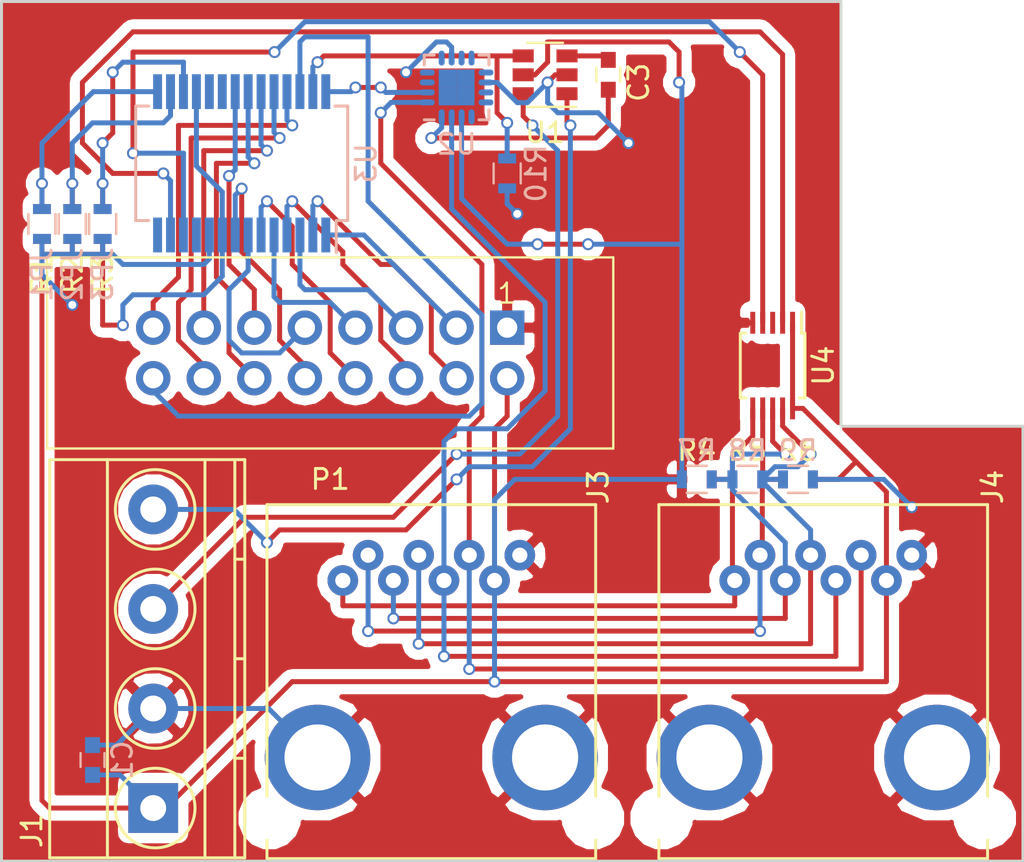
<source format=kicad_pcb>
(kicad_pcb (version 4) (host pcbnew 4.0.6)

  (general
    (links 83)
    (no_connects 3)
    (area 119.304999 101.016999 170.763001 144.347001)
    (thickness 1.6)
    (drawings 6)
    (tracks 366)
    (zones 0)
    (modules 23)
    (nets 46)
  )

  (page USLetter)
  (title_block
    (title Hoop-controlboard)
  )

  (layers
    (0 F.Cu signal)
    (31 B.Cu signal)
    (32 B.Adhes user)
    (33 F.Adhes user)
    (34 B.Paste user)
    (35 F.Paste user)
    (36 B.SilkS user)
    (37 F.SilkS user)
    (38 B.Mask user)
    (39 F.Mask user)
    (40 Dwgs.User user)
    (41 Cmts.User user)
    (42 Eco1.User user)
    (43 Eco2.User user)
    (44 Edge.Cuts user)
    (45 Margin user)
    (46 B.CrtYd user)
    (47 F.CrtYd user)
    (48 B.Fab user)
    (49 F.Fab user)
  )

  (setup
    (last_trace_width 0.25)
    (trace_clearance 0.1524)
    (zone_clearance 0.508)
    (zone_45_only no)
    (trace_min 0.25)
    (segment_width 0.2)
    (edge_width 0.15)
    (via_size 0.6)
    (via_drill 0.4)
    (via_min_size 0.4)
    (via_min_drill 0.3)
    (uvia_size 0.3)
    (uvia_drill 0.1)
    (uvias_allowed no)
    (uvia_min_size 0.2)
    (uvia_min_drill 0.1)
    (pcb_text_width 0.3)
    (pcb_text_size 1.5 1.5)
    (mod_edge_width 0.15)
    (mod_text_size 1 1)
    (mod_text_width 0.15)
    (pad_size 1.524 1.524)
    (pad_drill 0.762)
    (pad_to_mask_clearance 0.2)
    (aux_axis_origin 0 0)
    (visible_elements FFFFFF7F)
    (pcbplotparams
      (layerselection 0x00030_80000001)
      (usegerberextensions false)
      (excludeedgelayer true)
      (linewidth 0.100000)
      (plotframeref false)
      (viasonmask false)
      (mode 1)
      (useauxorigin false)
      (hpglpennumber 1)
      (hpglpenspeed 20)
      (hpglpendiameter 15)
      (hpglpenoverlay 2)
      (psnegative false)
      (psa4output false)
      (plotreference true)
      (plotvalue true)
      (plotinvisibletext false)
      (padsonsilk false)
      (subtractmaskfromsilk false)
      (outputformat 1)
      (mirror false)
      (drillshape 1)
      (scaleselection 1)
      (outputdirectory ""))
  )

  (net 0 "")
  (net 1 GND)
  (net 2 VCC)
  (net 3 /CHAN2)
  (net 4 "Net-(C3-Pad2)")
  (net 5 /CHAN1)
  (net 6 /DSCLM)
  (net 7 /DSCLP)
  (net 8 /DSDAP)
  (net 9 /DSDAM)
  (net 10 "Net-(JP1-Pad1)")
  (net 11 "Net-(JP2-Pad1)")
  (net 12 "Net-(JP3-Pad1)")
  (net 13 /CHAN2+)
  (net 14 /CHAN2-)
  (net 15 "Net-(P1-Pad3)")
  (net 16 "Net-(P1-Pad4)")
  (net 17 "Net-(P1-Pad5)")
  (net 18 "Net-(P1-Pad6)")
  (net 19 "Net-(P1-Pad7)")
  (net 20 "Net-(P1-Pad8)")
  (net 21 "Net-(P1-Pad9)")
  (net 22 "Net-(P1-Pad10)")
  (net 23 "Net-(P1-Pad11)")
  (net 24 "Net-(P1-Pad12)")
  (net 25 "Net-(P1-Pad13)")
  (net 26 "Net-(P1-Pad14)")
  (net 27 "Net-(P1-Pad15)")
  (net 28 "Net-(P1-Pad16)")
  (net 29 "Net-(R10-Pad2)")
  (net 30 "Net-(U3-Pad19)")
  (net 31 "Net-(U3-Pad20)")
  (net 32 "Net-(U3-Pad12)")
  (net 33 "Net-(U3-Pad13)")
  (net 34 "Net-(U4-Pad3)")
  (net 35 "Net-(C3-Pad1)")
  (net 36 "Net-(U2-Pad2)")
  (net 37 "Net-(U2-Pad3)")
  (net 38 "Net-(U2-Pad4)")
  (net 39 "Net-(U2-Pad5)")
  (net 40 "Net-(U2-Pad7)")
  (net 41 "Net-(U2-Pad8)")
  (net 42 "Net-(U2-Pad9)")
  (net 43 "Net-(U2-Pad11)")
  (net 44 "Net-(U2-Pad12)")
  (net 45 "Net-(U2-Pad13)")

  (net_class Default "This is the default net class."
    (clearance 0.1524)
    (trace_width 0.25)
    (via_dia 0.6)
    (via_drill 0.4)
    (uvia_dia 0.3)
    (uvia_drill 0.1)
    (add_net /CHAN1)
    (add_net /CHAN2)
    (add_net /CHAN2+)
    (add_net /CHAN2-)
    (add_net /DSCLM)
    (add_net /DSCLP)
    (add_net /DSDAM)
    (add_net /DSDAP)
    (add_net GND)
    (add_net "Net-(C3-Pad1)")
    (add_net "Net-(C3-Pad2)")
    (add_net "Net-(JP1-Pad1)")
    (add_net "Net-(JP2-Pad1)")
    (add_net "Net-(JP3-Pad1)")
    (add_net "Net-(P1-Pad10)")
    (add_net "Net-(P1-Pad11)")
    (add_net "Net-(P1-Pad12)")
    (add_net "Net-(P1-Pad13)")
    (add_net "Net-(P1-Pad14)")
    (add_net "Net-(P1-Pad15)")
    (add_net "Net-(P1-Pad16)")
    (add_net "Net-(P1-Pad3)")
    (add_net "Net-(P1-Pad4)")
    (add_net "Net-(P1-Pad5)")
    (add_net "Net-(P1-Pad6)")
    (add_net "Net-(P1-Pad7)")
    (add_net "Net-(P1-Pad8)")
    (add_net "Net-(P1-Pad9)")
    (add_net "Net-(R10-Pad2)")
    (add_net "Net-(U2-Pad11)")
    (add_net "Net-(U2-Pad12)")
    (add_net "Net-(U2-Pad13)")
    (add_net "Net-(U2-Pad2)")
    (add_net "Net-(U2-Pad3)")
    (add_net "Net-(U2-Pad4)")
    (add_net "Net-(U2-Pad5)")
    (add_net "Net-(U2-Pad7)")
    (add_net "Net-(U2-Pad8)")
    (add_net "Net-(U2-Pad9)")
    (add_net "Net-(U3-Pad12)")
    (add_net "Net-(U3-Pad13)")
    (add_net "Net-(U3-Pad19)")
    (add_net "Net-(U3-Pad20)")
    (add_net "Net-(U4-Pad3)")
    (add_net VCC)
  )

  (module Capacitors_SMD:C_0603 (layer B.Cu) (tedit 58AA844E) (tstamp 595D756E)
    (at 123.952 139.192 90)
    (descr "Capacitor SMD 0603, reflow soldering, AVX (see smccp.pdf)")
    (tags "capacitor 0603")
    (path /595D932B)
    (attr smd)
    (fp_text reference C1 (at 0 1.5 90) (layer B.SilkS)
      (effects (font (size 1 1) (thickness 0.15)) (justify mirror))
    )
    (fp_text value 10u (at 0 -1.5 90) (layer B.Fab)
      (effects (font (size 1 1) (thickness 0.15)) (justify mirror))
    )
    (fp_text user %R (at 0 1.5 90) (layer B.Fab)
      (effects (font (size 1 1) (thickness 0.15)) (justify mirror))
    )
    (fp_line (start -0.8 -0.4) (end -0.8 0.4) (layer B.Fab) (width 0.1))
    (fp_line (start 0.8 -0.4) (end -0.8 -0.4) (layer B.Fab) (width 0.1))
    (fp_line (start 0.8 0.4) (end 0.8 -0.4) (layer B.Fab) (width 0.1))
    (fp_line (start -0.8 0.4) (end 0.8 0.4) (layer B.Fab) (width 0.1))
    (fp_line (start -0.35 0.6) (end 0.35 0.6) (layer B.SilkS) (width 0.12))
    (fp_line (start 0.35 -0.6) (end -0.35 -0.6) (layer B.SilkS) (width 0.12))
    (fp_line (start -1.4 0.65) (end 1.4 0.65) (layer B.CrtYd) (width 0.05))
    (fp_line (start -1.4 0.65) (end -1.4 -0.65) (layer B.CrtYd) (width 0.05))
    (fp_line (start 1.4 -0.65) (end 1.4 0.65) (layer B.CrtYd) (width 0.05))
    (fp_line (start 1.4 -0.65) (end -1.4 -0.65) (layer B.CrtYd) (width 0.05))
    (pad 1 smd rect (at -0.75 0 90) (size 0.8 0.75) (layers B.Cu B.Paste B.Mask)
      (net 2 VCC))
    (pad 2 smd rect (at 0.75 0 90) (size 0.8 0.75) (layers B.Cu B.Paste B.Mask)
      (net 1 GND))
    (model Capacitors_SMD.3dshapes/C_0603.wrl
      (at (xyz 0 0 0))
      (scale (xyz 1 1 1))
      (rotate (xyz 0 0 0))
    )
  )

  (module Capacitors_SMD:C_0603 (layer F.Cu) (tedit 596531A4) (tstamp 595D757F)
    (at 149.86 104.775 90)
    (descr "Capacitor SMD 0603, reflow soldering, AVX (see smccp.pdf)")
    (tags "capacitor 0603")
    (path /59537A11)
    (attr smd)
    (fp_text reference C3 (at -0.381 1.524 90) (layer F.SilkS)
      (effects (font (size 1 1) (thickness 0.15)))
    )
    (fp_text value 0.1u (at 0 1.5 90) (layer F.Fab)
      (effects (font (size 1 1) (thickness 0.15)))
    )
    (fp_text user %R (at -0.381 1.524 90) (layer F.Fab)
      (effects (font (size 1 1) (thickness 0.15)))
    )
    (fp_line (start -0.8 0.4) (end -0.8 -0.4) (layer F.Fab) (width 0.1))
    (fp_line (start 0.8 0.4) (end -0.8 0.4) (layer F.Fab) (width 0.1))
    (fp_line (start 0.8 -0.4) (end 0.8 0.4) (layer F.Fab) (width 0.1))
    (fp_line (start -0.8 -0.4) (end 0.8 -0.4) (layer F.Fab) (width 0.1))
    (fp_line (start -0.35 -0.6) (end 0.35 -0.6) (layer F.SilkS) (width 0.12))
    (fp_line (start 0.35 0.6) (end -0.35 0.6) (layer F.SilkS) (width 0.12))
    (fp_line (start -1.4 -0.65) (end 1.4 -0.65) (layer F.CrtYd) (width 0.05))
    (fp_line (start -1.4 -0.65) (end -1.4 0.65) (layer F.CrtYd) (width 0.05))
    (fp_line (start 1.4 0.65) (end 1.4 -0.65) (layer F.CrtYd) (width 0.05))
    (fp_line (start 1.4 0.65) (end -1.4 0.65) (layer F.CrtYd) (width 0.05))
    (pad 1 smd rect (at -0.75 0 90) (size 0.8 0.75) (layers F.Cu F.Paste F.Mask)
      (net 35 "Net-(C3-Pad1)"))
    (pad 2 smd rect (at 0.75 0 90) (size 0.8 0.75) (layers F.Cu F.Paste F.Mask)
      (net 4 "Net-(C3-Pad2)"))
    (model Capacitors_SMD.3dshapes/C_0603.wrl
      (at (xyz 0 0 0))
      (scale (xyz 1 1 1))
      (rotate (xyz 0 0 0))
    )
  )

  (module Connectors_Terminal_Blocks:TerminalBlock_Pheonix_MKDS1.5-4pol (layer F.Cu) (tedit 596531ED) (tstamp 595D7599)
    (at 127 141.605 90)
    (descr "4-way 5mm pitch terminal block, Phoenix MKDS series")
    (path /595D59A9)
    (fp_text reference J1 (at -1.143 -6.096 90) (layer F.SilkS)
      (effects (font (size 1 1) (thickness 0.15)))
    )
    (fp_text value Screw_Terminal_1x04 (at 7.5 -6.6 90) (layer F.Fab)
      (effects (font (size 1 1) (thickness 0.15)))
    )
    (fp_line (start -2.7 -5.4) (end 17.7 -5.4) (layer F.CrtYd) (width 0.05))
    (fp_line (start -2.7 4.8) (end -2.7 -5.4) (layer F.CrtYd) (width 0.05))
    (fp_line (start 17.7 4.8) (end -2.7 4.8) (layer F.CrtYd) (width 0.05))
    (fp_line (start 17.7 -5.4) (end 17.7 4.8) (layer F.CrtYd) (width 0.05))
    (fp_line (start 12.5 4.1) (end 12.5 4.6) (layer F.SilkS) (width 0.15))
    (fp_circle (center 15 0.1) (end 13 0.1) (layer F.SilkS) (width 0.15))
    (fp_circle (center 10 0.1) (end 8 0.1) (layer F.SilkS) (width 0.15))
    (fp_line (start 7.5 4.1) (end 7.5 4.6) (layer F.SilkS) (width 0.15))
    (fp_line (start 2.5 4.1) (end 2.5 4.6) (layer F.SilkS) (width 0.15))
    (fp_circle (center 5 0.1) (end 3 0.1) (layer F.SilkS) (width 0.15))
    (fp_circle (center 0 0.1) (end 2 0.1) (layer F.SilkS) (width 0.15))
    (fp_line (start -2.5 2.6) (end 17.5 2.6) (layer F.SilkS) (width 0.15))
    (fp_line (start -2.5 -2.3) (end 17.5 -2.3) (layer F.SilkS) (width 0.15))
    (fp_line (start -2.5 4.1) (end 17.5 4.1) (layer F.SilkS) (width 0.15))
    (fp_line (start -2.5 4.6) (end 17.5 4.6) (layer F.SilkS) (width 0.15))
    (fp_line (start 17.5 4.6) (end 17.5 -5.2) (layer F.SilkS) (width 0.15))
    (fp_line (start 17.5 -5.2) (end -2.5 -5.2) (layer F.SilkS) (width 0.15))
    (fp_line (start -2.5 -5.2) (end -2.5 4.6) (layer F.SilkS) (width 0.15))
    (pad 4 thru_hole circle (at 15 0 90) (size 2.5 2.5) (drill 1.3) (layers *.Cu *.Mask)
      (net 14 /CHAN2-))
    (pad 3 thru_hole circle (at 10 0 90) (size 2.5 2.5) (drill 1.3) (layers *.Cu *.Mask)
      (net 13 /CHAN2+))
    (pad 1 thru_hole rect (at 0 0 90) (size 2.5 2.5) (drill 1.3) (layers *.Cu *.Mask)
      (net 2 VCC))
    (pad 2 thru_hole circle (at 5 0 90) (size 2.5 2.5) (drill 1.3) (layers *.Cu *.Mask)
      (net 1 GND))
    (model Terminal_Blocks.3dshapes/TerminalBlock_Pheonix_MKDS1.5-4pol.wrl
      (at (xyz 0.2953 0 0))
      (scale (xyz 1 1 1))
      (rotate (xyz 0 0 0))
    )
  )

  (module Jeff:rj45-8z4 (layer F.Cu) (tedit 59653208) (tstamp 595D75AD)
    (at 135.255 139.065 90)
    (path /59532D26)
    (fp_text reference J3 (at 13.589 14.097 90) (layer F.SilkS)
      (effects (font (size 1 1) (thickness 0.15)))
    )
    (fp_text value RJ45 (at 8.89 12.7 90) (layer F.Fab)
      (effects (font (size 1 1) (thickness 0.15)))
    )
    (fp_line (start 12.7 13.97) (end -5.08 13.97) (layer F.SilkS) (width 0.15))
    (fp_line (start -5.08 13.97) (end -5.08 -2.54) (layer F.SilkS) (width 0.15))
    (fp_line (start -5.08 -2.54) (end 12.7 -2.54) (layer F.SilkS) (width 0.15))
    (fp_line (start 12.7 -2.54) (end 12.7 13.97) (layer F.SilkS) (width 0.15))
    (pad "" np_thru_hole circle (at -3.05 13.84 90) (size 2.1 2.1) (drill 2.1) (layers *.Cu *.Mask))
    (pad 8 thru_hole circle (at 10.16 10.16 90) (size 1.54 1.54) (drill 0.762) (layers *.Cu *.Mask)
      (net 1 GND))
    (pad 7 thru_hole circle (at 8.89 8.89 90) (size 1.54 1.54) (drill 0.762) (layers *.Cu *.Mask)
      (net 2 VCC))
    (pad 9 thru_hole circle (at 0 11.43 90) (size 5.3 5.3) (drill 3.32) (layers *.Cu *.Mask)
      (net 1 GND))
    (pad 9 thru_hole circle (at 0 0 90) (size 5.3 5.3) (drill 3.32) (layers *.Cu *.Mask)
      (net 1 GND))
    (pad 1 thru_hole circle (at 8.89 1.27 90) (size 1.54 1.54) (drill 0.762) (layers *.Cu *.Mask)
      (net 6 /DSCLM))
    (pad 2 thru_hole circle (at 10.16 2.54 90) (size 1.54 1.54) (drill 0.762) (layers *.Cu *.Mask)
      (net 7 /DSCLP))
    (pad 3 thru_hole circle (at 8.89 3.81 90) (size 1.54 1.54) (drill 0.762) (layers *.Cu *.Mask)
      (net 8 /DSDAP))
    (pad 4 thru_hole circle (at 10.16 5.08 90) (size 1.54 1.54) (drill 0.762) (layers *.Cu *.Mask)
      (net 9 /DSDAM))
    (pad 5 thru_hole circle (at 8.89 6.35 90) (size 1.54 1.54) (drill 0.762) (layers *.Cu *.Mask)
      (net 5 /CHAN1))
    (pad 6 thru_hole circle (at 10.16 7.62 90) (size 1.54 1.54) (drill 0.762) (layers *.Cu *.Mask)
      (net 3 /CHAN2))
    (pad "" np_thru_hole circle (at -3.05 -2.41 90) (size 2.1 2.1) (drill 2.1) (layers *.Cu *.Mask))
  )

  (module Jeff:rj45-8z4 (layer F.Cu) (tedit 59653210) (tstamp 595D75C1)
    (at 154.94 139.065 90)
    (path /59536FDC)
    (fp_text reference J4 (at 13.589 14.224 90) (layer F.SilkS)
      (effects (font (size 1 1) (thickness 0.15)))
    )
    (fp_text value RJ45 (at 8.89 12.7 90) (layer F.Fab)
      (effects (font (size 1 1) (thickness 0.15)))
    )
    (fp_line (start 12.7 13.97) (end -5.08 13.97) (layer F.SilkS) (width 0.15))
    (fp_line (start -5.08 13.97) (end -5.08 -2.54) (layer F.SilkS) (width 0.15))
    (fp_line (start -5.08 -2.54) (end 12.7 -2.54) (layer F.SilkS) (width 0.15))
    (fp_line (start 12.7 -2.54) (end 12.7 13.97) (layer F.SilkS) (width 0.15))
    (pad "" np_thru_hole circle (at -3.05 13.84 90) (size 2.1 2.1) (drill 2.1) (layers *.Cu *.Mask))
    (pad 8 thru_hole circle (at 10.16 10.16 90) (size 1.54 1.54) (drill 0.762) (layers *.Cu *.Mask)
      (net 1 GND))
    (pad 7 thru_hole circle (at 8.89 8.89 90) (size 1.54 1.54) (drill 0.762) (layers *.Cu *.Mask)
      (net 2 VCC))
    (pad 9 thru_hole circle (at 0 11.43 90) (size 5.3 5.3) (drill 3.32) (layers *.Cu *.Mask)
      (net 1 GND))
    (pad 9 thru_hole circle (at 0 0 90) (size 5.3 5.3) (drill 3.32) (layers *.Cu *.Mask)
      (net 1 GND))
    (pad 1 thru_hole circle (at 8.89 1.27 90) (size 1.54 1.54) (drill 0.762) (layers *.Cu *.Mask)
      (net 6 /DSCLM))
    (pad 2 thru_hole circle (at 10.16 2.54 90) (size 1.54 1.54) (drill 0.762) (layers *.Cu *.Mask)
      (net 7 /DSCLP))
    (pad 3 thru_hole circle (at 8.89 3.81 90) (size 1.54 1.54) (drill 0.762) (layers *.Cu *.Mask)
      (net 8 /DSDAP))
    (pad 4 thru_hole circle (at 10.16 5.08 90) (size 1.54 1.54) (drill 0.762) (layers *.Cu *.Mask)
      (net 9 /DSDAM))
    (pad 5 thru_hole circle (at 8.89 6.35 90) (size 1.54 1.54) (drill 0.762) (layers *.Cu *.Mask)
      (net 5 /CHAN1))
    (pad 6 thru_hole circle (at 10.16 7.62 90) (size 1.54 1.54) (drill 0.762) (layers *.Cu *.Mask)
      (net 3 /CHAN2))
    (pad "" np_thru_hole circle (at -3.05 -2.41 90) (size 2.1 2.1) (drill 2.1) (layers *.Cu *.Mask))
  )

  (module Resistors_SMD:R_0603 (layer B.Cu) (tedit 5965315B) (tstamp 595D75D2)
    (at 121.412 112.268 270)
    (descr "Resistor SMD 0603, reflow soldering, Vishay (see dcrcw.pdf)")
    (tags "resistor 0603")
    (path /5952ED96)
    (attr smd)
    (fp_text reference JP1 (at 2.54 0 270) (layer B.SilkS)
      (effects (font (size 1 1) (thickness 0.15)) (justify mirror))
    )
    (fp_text value J1 (at 0 -1.5 270) (layer B.Fab)
      (effects (font (size 1 1) (thickness 0.15)) (justify mirror))
    )
    (fp_text user %R (at 0 0 270) (layer B.Fab)
      (effects (font (size 0.5 0.5) (thickness 0.075)) (justify mirror))
    )
    (fp_line (start -0.8 -0.4) (end -0.8 0.4) (layer B.Fab) (width 0.1))
    (fp_line (start 0.8 -0.4) (end -0.8 -0.4) (layer B.Fab) (width 0.1))
    (fp_line (start 0.8 0.4) (end 0.8 -0.4) (layer B.Fab) (width 0.1))
    (fp_line (start -0.8 0.4) (end 0.8 0.4) (layer B.Fab) (width 0.1))
    (fp_line (start 0.5 -0.68) (end -0.5 -0.68) (layer B.SilkS) (width 0.12))
    (fp_line (start -0.5 0.68) (end 0.5 0.68) (layer B.SilkS) (width 0.12))
    (fp_line (start -1.25 0.7) (end 1.25 0.7) (layer B.CrtYd) (width 0.05))
    (fp_line (start -1.25 0.7) (end -1.25 -0.7) (layer B.CrtYd) (width 0.05))
    (fp_line (start 1.25 -0.7) (end 1.25 0.7) (layer B.CrtYd) (width 0.05))
    (fp_line (start 1.25 -0.7) (end -1.25 -0.7) (layer B.CrtYd) (width 0.05))
    (pad 1 smd rect (at -0.75 0 270) (size 0.5 0.9) (layers B.Cu B.Paste B.Mask)
      (net 10 "Net-(JP1-Pad1)"))
    (pad 2 smd rect (at 0.75 0 270) (size 0.5 0.9) (layers B.Cu B.Paste B.Mask)
      (net 1 GND))
    (model ${KISYS3DMOD}/Resistors_SMD.3dshapes/R_0603.wrl
      (at (xyz 0 0 0))
      (scale (xyz 1 1 1))
      (rotate (xyz 0 0 0))
    )
  )

  (module Resistors_SMD:R_0603 (layer B.Cu) (tedit 59653165) (tstamp 595D75E3)
    (at 122.936 112.268 270)
    (descr "Resistor SMD 0603, reflow soldering, Vishay (see dcrcw.pdf)")
    (tags "resistor 0603")
    (path /5952F262)
    (attr smd)
    (fp_text reference JP2 (at 2.54 0 270) (layer B.SilkS)
      (effects (font (size 1 1) (thickness 0.15)) (justify mirror))
    )
    (fp_text value J1 (at 0 -1.5 270) (layer B.Fab)
      (effects (font (size 1 1) (thickness 0.15)) (justify mirror))
    )
    (fp_text user %R (at 0 0 270) (layer B.Fab)
      (effects (font (size 0.5 0.5) (thickness 0.075)) (justify mirror))
    )
    (fp_line (start -0.8 -0.4) (end -0.8 0.4) (layer B.Fab) (width 0.1))
    (fp_line (start 0.8 -0.4) (end -0.8 -0.4) (layer B.Fab) (width 0.1))
    (fp_line (start 0.8 0.4) (end 0.8 -0.4) (layer B.Fab) (width 0.1))
    (fp_line (start -0.8 0.4) (end 0.8 0.4) (layer B.Fab) (width 0.1))
    (fp_line (start 0.5 -0.68) (end -0.5 -0.68) (layer B.SilkS) (width 0.12))
    (fp_line (start -0.5 0.68) (end 0.5 0.68) (layer B.SilkS) (width 0.12))
    (fp_line (start -1.25 0.7) (end 1.25 0.7) (layer B.CrtYd) (width 0.05))
    (fp_line (start -1.25 0.7) (end -1.25 -0.7) (layer B.CrtYd) (width 0.05))
    (fp_line (start 1.25 -0.7) (end 1.25 0.7) (layer B.CrtYd) (width 0.05))
    (fp_line (start 1.25 -0.7) (end -1.25 -0.7) (layer B.CrtYd) (width 0.05))
    (pad 1 smd rect (at -0.75 0 270) (size 0.5 0.9) (layers B.Cu B.Paste B.Mask)
      (net 11 "Net-(JP2-Pad1)"))
    (pad 2 smd rect (at 0.75 0 270) (size 0.5 0.9) (layers B.Cu B.Paste B.Mask)
      (net 1 GND))
    (model ${KISYS3DMOD}/Resistors_SMD.3dshapes/R_0603.wrl
      (at (xyz 0 0 0))
      (scale (xyz 1 1 1))
      (rotate (xyz 0 0 0))
    )
  )

  (module Resistors_SMD:R_0603 (layer B.Cu) (tedit 5965316A) (tstamp 595D75F4)
    (at 124.46 112.268 270)
    (descr "Resistor SMD 0603, reflow soldering, Vishay (see dcrcw.pdf)")
    (tags "resistor 0603")
    (path /5952F2E1)
    (attr smd)
    (fp_text reference JP3 (at 2.54 0 270) (layer B.SilkS)
      (effects (font (size 1 1) (thickness 0.15)) (justify mirror))
    )
    (fp_text value J1 (at 0 -1.5 270) (layer B.Fab)
      (effects (font (size 1 1) (thickness 0.15)) (justify mirror))
    )
    (fp_text user %R (at 0 0 270) (layer B.Fab)
      (effects (font (size 0.5 0.5) (thickness 0.075)) (justify mirror))
    )
    (fp_line (start -0.8 -0.4) (end -0.8 0.4) (layer B.Fab) (width 0.1))
    (fp_line (start 0.8 -0.4) (end -0.8 -0.4) (layer B.Fab) (width 0.1))
    (fp_line (start 0.8 0.4) (end 0.8 -0.4) (layer B.Fab) (width 0.1))
    (fp_line (start -0.8 0.4) (end 0.8 0.4) (layer B.Fab) (width 0.1))
    (fp_line (start 0.5 -0.68) (end -0.5 -0.68) (layer B.SilkS) (width 0.12))
    (fp_line (start -0.5 0.68) (end 0.5 0.68) (layer B.SilkS) (width 0.12))
    (fp_line (start -1.25 0.7) (end 1.25 0.7) (layer B.CrtYd) (width 0.05))
    (fp_line (start -1.25 0.7) (end -1.25 -0.7) (layer B.CrtYd) (width 0.05))
    (fp_line (start 1.25 -0.7) (end 1.25 0.7) (layer B.CrtYd) (width 0.05))
    (fp_line (start 1.25 -0.7) (end -1.25 -0.7) (layer B.CrtYd) (width 0.05))
    (pad 1 smd rect (at -0.75 0 270) (size 0.5 0.9) (layers B.Cu B.Paste B.Mask)
      (net 12 "Net-(JP3-Pad1)"))
    (pad 2 smd rect (at 0.75 0 270) (size 0.5 0.9) (layers B.Cu B.Paste B.Mask)
      (net 1 GND))
    (model ${KISYS3DMOD}/Resistors_SMD.3dshapes/R_0603.wrl
      (at (xyz 0 0 0))
      (scale (xyz 1 1 1))
      (rotate (xyz 0 0 0))
    )
  )

  (module Connectors:IDC_Header_Straight_16pins (layer F.Cu) (tedit 0) (tstamp 595D7620)
    (at 144.78 117.475 180)
    (descr "16 pins through hole IDC header")
    (tags "IDC header socket VASCH")
    (path /59553532)
    (fp_text reference P1 (at 8.89 -7.62 180) (layer F.SilkS)
      (effects (font (size 1 1) (thickness 0.15)))
    )
    (fp_text value CONN_01X16 (at 8.89 5.223 180) (layer F.Fab)
      (effects (font (size 1 1) (thickness 0.15)))
    )
    (fp_line (start -5.08 -5.82) (end 22.86 -5.82) (layer F.Fab) (width 0.1))
    (fp_line (start -4.54 -5.27) (end 22.3 -5.27) (layer F.Fab) (width 0.1))
    (fp_line (start -5.08 3.28) (end 22.86 3.28) (layer F.Fab) (width 0.1))
    (fp_line (start -4.54 2.73) (end 6.64 2.73) (layer F.Fab) (width 0.1))
    (fp_line (start 11.14 2.73) (end 22.3 2.73) (layer F.Fab) (width 0.1))
    (fp_line (start 6.64 2.73) (end 6.64 3.28) (layer F.Fab) (width 0.1))
    (fp_line (start 11.14 2.73) (end 11.14 3.28) (layer F.Fab) (width 0.1))
    (fp_line (start -5.08 -5.82) (end -5.08 3.28) (layer F.Fab) (width 0.1))
    (fp_line (start -4.54 -5.27) (end -4.54 2.73) (layer F.Fab) (width 0.1))
    (fp_line (start 22.86 -5.82) (end 22.86 3.28) (layer F.Fab) (width 0.1))
    (fp_line (start 22.3 -5.27) (end 22.3 2.73) (layer F.Fab) (width 0.1))
    (fp_line (start -5.08 -5.82) (end -4.54 -5.27) (layer F.Fab) (width 0.1))
    (fp_line (start 22.86 -5.82) (end 22.3 -5.27) (layer F.Fab) (width 0.1))
    (fp_line (start -5.08 3.28) (end -4.54 2.73) (layer F.Fab) (width 0.1))
    (fp_line (start 22.86 3.28) (end 22.3 2.73) (layer F.Fab) (width 0.1))
    (fp_line (start -5.58 -6.32) (end 23.36 -6.32) (layer F.CrtYd) (width 0.05))
    (fp_line (start 23.36 -6.32) (end 23.36 3.78) (layer F.CrtYd) (width 0.05))
    (fp_line (start 23.36 3.78) (end -5.58 3.78) (layer F.CrtYd) (width 0.05))
    (fp_line (start -5.58 3.78) (end -5.58 -6.32) (layer F.CrtYd) (width 0.05))
    (fp_text user 1 (at 0.02 1.72 180) (layer F.SilkS)
      (effects (font (size 1 1) (thickness 0.12)))
    )
    (fp_line (start -5.33 -6.07) (end 23.11 -6.07) (layer F.SilkS) (width 0.12))
    (fp_line (start 23.11 -6.07) (end 23.11 3.53) (layer F.SilkS) (width 0.12))
    (fp_line (start 23.11 3.53) (end -5.33 3.53) (layer F.SilkS) (width 0.12))
    (fp_line (start -5.33 3.53) (end -5.33 -6.07) (layer F.SilkS) (width 0.12))
    (pad 1 thru_hole rect (at 0 0 180) (size 1.7272 1.7272) (drill 1.016) (layers *.Cu *.Mask)
      (net 1 GND))
    (pad 2 thru_hole oval (at 0 -2.54 180) (size 1.7272 1.7272) (drill 1.016) (layers *.Cu *.Mask)
      (net 2 VCC))
    (pad 3 thru_hole oval (at 2.54 0 180) (size 1.7272 1.7272) (drill 1.016) (layers *.Cu *.Mask)
      (net 15 "Net-(P1-Pad3)"))
    (pad 4 thru_hole oval (at 2.54 -2.54 180) (size 1.7272 1.7272) (drill 1.016) (layers *.Cu *.Mask)
      (net 16 "Net-(P1-Pad4)"))
    (pad 5 thru_hole oval (at 5.08 0 180) (size 1.7272 1.7272) (drill 1.016) (layers *.Cu *.Mask)
      (net 17 "Net-(P1-Pad5)"))
    (pad 6 thru_hole oval (at 5.08 -2.54 180) (size 1.7272 1.7272) (drill 1.016) (layers *.Cu *.Mask)
      (net 18 "Net-(P1-Pad6)"))
    (pad 7 thru_hole oval (at 7.62 0 180) (size 1.7272 1.7272) (drill 1.016) (layers *.Cu *.Mask)
      (net 19 "Net-(P1-Pad7)"))
    (pad 8 thru_hole oval (at 7.62 -2.54 180) (size 1.7272 1.7272) (drill 1.016) (layers *.Cu *.Mask)
      (net 20 "Net-(P1-Pad8)"))
    (pad 9 thru_hole oval (at 10.16 0 180) (size 1.7272 1.7272) (drill 1.016) (layers *.Cu *.Mask)
      (net 21 "Net-(P1-Pad9)"))
    (pad 10 thru_hole oval (at 10.16 -2.54 180) (size 1.7272 1.7272) (drill 1.016) (layers *.Cu *.Mask)
      (net 22 "Net-(P1-Pad10)"))
    (pad 11 thru_hole oval (at 12.7 0 180) (size 1.7272 1.7272) (drill 1.016) (layers *.Cu *.Mask)
      (net 23 "Net-(P1-Pad11)"))
    (pad 12 thru_hole oval (at 12.7 -2.54 180) (size 1.7272 1.7272) (drill 1.016) (layers *.Cu *.Mask)
      (net 24 "Net-(P1-Pad12)"))
    (pad 13 thru_hole oval (at 15.24 0 180) (size 1.7272 1.7272) (drill 1.016) (layers *.Cu *.Mask)
      (net 25 "Net-(P1-Pad13)"))
    (pad 14 thru_hole oval (at 15.24 -2.54 180) (size 1.7272 1.7272) (drill 1.016) (layers *.Cu *.Mask)
      (net 26 "Net-(P1-Pad14)"))
    (pad 15 thru_hole oval (at 17.78 0 180) (size 1.7272 1.7272) (drill 1.016) (layers *.Cu *.Mask)
      (net 27 "Net-(P1-Pad15)"))
    (pad 16 thru_hole oval (at 17.78 -2.54 180) (size 1.7272 1.7272) (drill 1.016) (layers *.Cu *.Mask)
      (net 28 "Net-(P1-Pad16)"))
  )

  (module Resistors_SMD:R_0603 (layer F.Cu) (tedit 59653141) (tstamp 595D7631)
    (at 121.412 112.268 90)
    (descr "Resistor SMD 0603, reflow soldering, Vishay (see dcrcw.pdf)")
    (tags "resistor 0603")
    (path /5952EFA4)
    (attr smd)
    (fp_text reference R1 (at -2.54 0 90) (layer F.SilkS)
      (effects (font (size 1 1) (thickness 0.15)))
    )
    (fp_text value 10K (at 0 1.5 90) (layer F.Fab)
      (effects (font (size 1 1) (thickness 0.15)))
    )
    (fp_text user %R (at 0 0 90) (layer F.Fab)
      (effects (font (size 0.5 0.5) (thickness 0.075)))
    )
    (fp_line (start -0.8 0.4) (end -0.8 -0.4) (layer F.Fab) (width 0.1))
    (fp_line (start 0.8 0.4) (end -0.8 0.4) (layer F.Fab) (width 0.1))
    (fp_line (start 0.8 -0.4) (end 0.8 0.4) (layer F.Fab) (width 0.1))
    (fp_line (start -0.8 -0.4) (end 0.8 -0.4) (layer F.Fab) (width 0.1))
    (fp_line (start 0.5 0.68) (end -0.5 0.68) (layer F.SilkS) (width 0.12))
    (fp_line (start -0.5 -0.68) (end 0.5 -0.68) (layer F.SilkS) (width 0.12))
    (fp_line (start -1.25 -0.7) (end 1.25 -0.7) (layer F.CrtYd) (width 0.05))
    (fp_line (start -1.25 -0.7) (end -1.25 0.7) (layer F.CrtYd) (width 0.05))
    (fp_line (start 1.25 0.7) (end 1.25 -0.7) (layer F.CrtYd) (width 0.05))
    (fp_line (start 1.25 0.7) (end -1.25 0.7) (layer F.CrtYd) (width 0.05))
    (pad 1 smd rect (at -0.75 0 90) (size 0.5 0.9) (layers F.Cu F.Paste F.Mask)
      (net 2 VCC))
    (pad 2 smd rect (at 0.75 0 90) (size 0.5 0.9) (layers F.Cu F.Paste F.Mask)
      (net 10 "Net-(JP1-Pad1)"))
    (model ${KISYS3DMOD}/Resistors_SMD.3dshapes/R_0603.wrl
      (at (xyz 0 0 0))
      (scale (xyz 1 1 1))
      (rotate (xyz 0 0 0))
    )
  )

  (module Resistors_SMD:R_0603 (layer F.Cu) (tedit 59653137) (tstamp 595D7642)
    (at 122.936 112.268 90)
    (descr "Resistor SMD 0603, reflow soldering, Vishay (see dcrcw.pdf)")
    (tags "resistor 0603")
    (path /5952F274)
    (attr smd)
    (fp_text reference R2 (at -2.54 0 90) (layer F.SilkS)
      (effects (font (size 1 1) (thickness 0.15)))
    )
    (fp_text value 10K (at 0 1.5 90) (layer F.Fab)
      (effects (font (size 1 1) (thickness 0.15)))
    )
    (fp_text user %R (at 0 0 90) (layer F.Fab)
      (effects (font (size 0.5 0.5) (thickness 0.075)))
    )
    (fp_line (start -0.8 0.4) (end -0.8 -0.4) (layer F.Fab) (width 0.1))
    (fp_line (start 0.8 0.4) (end -0.8 0.4) (layer F.Fab) (width 0.1))
    (fp_line (start 0.8 -0.4) (end 0.8 0.4) (layer F.Fab) (width 0.1))
    (fp_line (start -0.8 -0.4) (end 0.8 -0.4) (layer F.Fab) (width 0.1))
    (fp_line (start 0.5 0.68) (end -0.5 0.68) (layer F.SilkS) (width 0.12))
    (fp_line (start -0.5 -0.68) (end 0.5 -0.68) (layer F.SilkS) (width 0.12))
    (fp_line (start -1.25 -0.7) (end 1.25 -0.7) (layer F.CrtYd) (width 0.05))
    (fp_line (start -1.25 -0.7) (end -1.25 0.7) (layer F.CrtYd) (width 0.05))
    (fp_line (start 1.25 0.7) (end 1.25 -0.7) (layer F.CrtYd) (width 0.05))
    (fp_line (start 1.25 0.7) (end -1.25 0.7) (layer F.CrtYd) (width 0.05))
    (pad 1 smd rect (at -0.75 0 90) (size 0.5 0.9) (layers F.Cu F.Paste F.Mask)
      (net 2 VCC))
    (pad 2 smd rect (at 0.75 0 90) (size 0.5 0.9) (layers F.Cu F.Paste F.Mask)
      (net 11 "Net-(JP2-Pad1)"))
    (model ${KISYS3DMOD}/Resistors_SMD.3dshapes/R_0603.wrl
      (at (xyz 0 0 0))
      (scale (xyz 1 1 1))
      (rotate (xyz 0 0 0))
    )
  )

  (module Resistors_SMD:R_0603 (layer F.Cu) (tedit 59653152) (tstamp 595D7653)
    (at 124.46 112.268 90)
    (descr "Resistor SMD 0603, reflow soldering, Vishay (see dcrcw.pdf)")
    (tags "resistor 0603")
    (path /5952F2F3)
    (attr smd)
    (fp_text reference R3 (at -2.54 0 90) (layer F.SilkS)
      (effects (font (size 1 1) (thickness 0.15)))
    )
    (fp_text value 10K (at 0 1.5 90) (layer F.Fab)
      (effects (font (size 1 1) (thickness 0.15)))
    )
    (fp_text user %R (at 0 0 90) (layer F.Fab)
      (effects (font (size 0.5 0.5) (thickness 0.075)))
    )
    (fp_line (start -0.8 0.4) (end -0.8 -0.4) (layer F.Fab) (width 0.1))
    (fp_line (start 0.8 0.4) (end -0.8 0.4) (layer F.Fab) (width 0.1))
    (fp_line (start 0.8 -0.4) (end 0.8 0.4) (layer F.Fab) (width 0.1))
    (fp_line (start -0.8 -0.4) (end 0.8 -0.4) (layer F.Fab) (width 0.1))
    (fp_line (start 0.5 0.68) (end -0.5 0.68) (layer F.SilkS) (width 0.12))
    (fp_line (start -0.5 -0.68) (end 0.5 -0.68) (layer F.SilkS) (width 0.12))
    (fp_line (start -1.25 -0.7) (end 1.25 -0.7) (layer F.CrtYd) (width 0.05))
    (fp_line (start -1.25 -0.7) (end -1.25 0.7) (layer F.CrtYd) (width 0.05))
    (fp_line (start 1.25 0.7) (end 1.25 -0.7) (layer F.CrtYd) (width 0.05))
    (fp_line (start 1.25 0.7) (end -1.25 0.7) (layer F.CrtYd) (width 0.05))
    (pad 1 smd rect (at -0.75 0 90) (size 0.5 0.9) (layers F.Cu F.Paste F.Mask)
      (net 2 VCC))
    (pad 2 smd rect (at 0.75 0 90) (size 0.5 0.9) (layers F.Cu F.Paste F.Mask)
      (net 12 "Net-(JP3-Pad1)"))
    (model ${KISYS3DMOD}/Resistors_SMD.3dshapes/R_0603.wrl
      (at (xyz 0 0 0))
      (scale (xyz 1 1 1))
      (rotate (xyz 0 0 0))
    )
  )

  (module Resistors_SMD:R_0603 (layer F.Cu) (tedit 58E0A804) (tstamp 595D7664)
    (at 154.305 125.095)
    (descr "Resistor SMD 0603, reflow soldering, Vishay (see dcrcw.pdf)")
    (tags "resistor 0603")
    (path /5952F990)
    (attr smd)
    (fp_text reference R4 (at 0 -1.45) (layer F.SilkS)
      (effects (font (size 1 1) (thickness 0.15)))
    )
    (fp_text value R (at 0 1.5) (layer F.Fab)
      (effects (font (size 1 1) (thickness 0.15)))
    )
    (fp_text user %R (at 0 0) (layer F.Fab)
      (effects (font (size 0.5 0.5) (thickness 0.075)))
    )
    (fp_line (start -0.8 0.4) (end -0.8 -0.4) (layer F.Fab) (width 0.1))
    (fp_line (start 0.8 0.4) (end -0.8 0.4) (layer F.Fab) (width 0.1))
    (fp_line (start 0.8 -0.4) (end 0.8 0.4) (layer F.Fab) (width 0.1))
    (fp_line (start -0.8 -0.4) (end 0.8 -0.4) (layer F.Fab) (width 0.1))
    (fp_line (start 0.5 0.68) (end -0.5 0.68) (layer F.SilkS) (width 0.12))
    (fp_line (start -0.5 -0.68) (end 0.5 -0.68) (layer F.SilkS) (width 0.12))
    (fp_line (start -1.25 -0.7) (end 1.25 -0.7) (layer F.CrtYd) (width 0.05))
    (fp_line (start -1.25 -0.7) (end -1.25 0.7) (layer F.CrtYd) (width 0.05))
    (fp_line (start 1.25 0.7) (end 1.25 -0.7) (layer F.CrtYd) (width 0.05))
    (fp_line (start 1.25 0.7) (end -1.25 0.7) (layer F.CrtYd) (width 0.05))
    (pad 1 smd rect (at -0.75 0) (size 0.5 0.9) (layers F.Cu F.Paste F.Mask)
      (net 1 GND))
    (pad 2 smd rect (at 0.75 0) (size 0.5 0.9) (layers F.Cu F.Paste F.Mask)
      (net 6 /DSCLM))
    (model ${KISYS3DMOD}/Resistors_SMD.3dshapes/R_0603.wrl
      (at (xyz 0 0 0))
      (scale (xyz 1 1 1))
      (rotate (xyz 0 0 0))
    )
  )

  (module Resistors_SMD:R_0603 (layer F.Cu) (tedit 58E0A804) (tstamp 595D7675)
    (at 156.845 125.095)
    (descr "Resistor SMD 0603, reflow soldering, Vishay (see dcrcw.pdf)")
    (tags "resistor 0603")
    (path /5952FBC1)
    (attr smd)
    (fp_text reference R5 (at 0 -1.45) (layer F.SilkS)
      (effects (font (size 1 1) (thickness 0.15)))
    )
    (fp_text value R (at 0 1.5) (layer F.Fab)
      (effects (font (size 1 1) (thickness 0.15)))
    )
    (fp_text user %R (at 0 0) (layer F.Fab)
      (effects (font (size 0.5 0.5) (thickness 0.075)))
    )
    (fp_line (start -0.8 0.4) (end -0.8 -0.4) (layer F.Fab) (width 0.1))
    (fp_line (start 0.8 0.4) (end -0.8 0.4) (layer F.Fab) (width 0.1))
    (fp_line (start 0.8 -0.4) (end 0.8 0.4) (layer F.Fab) (width 0.1))
    (fp_line (start -0.8 -0.4) (end 0.8 -0.4) (layer F.Fab) (width 0.1))
    (fp_line (start 0.5 0.68) (end -0.5 0.68) (layer F.SilkS) (width 0.12))
    (fp_line (start -0.5 -0.68) (end 0.5 -0.68) (layer F.SilkS) (width 0.12))
    (fp_line (start -1.25 -0.7) (end 1.25 -0.7) (layer F.CrtYd) (width 0.05))
    (fp_line (start -1.25 -0.7) (end -1.25 0.7) (layer F.CrtYd) (width 0.05))
    (fp_line (start 1.25 0.7) (end 1.25 -0.7) (layer F.CrtYd) (width 0.05))
    (fp_line (start 1.25 0.7) (end -1.25 0.7) (layer F.CrtYd) (width 0.05))
    (pad 1 smd rect (at -0.75 0) (size 0.5 0.9) (layers F.Cu F.Paste F.Mask)
      (net 6 /DSCLM))
    (pad 2 smd rect (at 0.75 0) (size 0.5 0.9) (layers F.Cu F.Paste F.Mask)
      (net 7 /DSCLP))
    (model ${KISYS3DMOD}/Resistors_SMD.3dshapes/R_0603.wrl
      (at (xyz 0 0 0))
      (scale (xyz 1 1 1))
      (rotate (xyz 0 0 0))
    )
  )

  (module Resistors_SMD:R_0603 (layer F.Cu) (tedit 58E0A804) (tstamp 595D7686)
    (at 159.385 125.095)
    (descr "Resistor SMD 0603, reflow soldering, Vishay (see dcrcw.pdf)")
    (tags "resistor 0603")
    (path /5952F9EB)
    (attr smd)
    (fp_text reference R6 (at 0 -1.45) (layer F.SilkS)
      (effects (font (size 1 1) (thickness 0.15)))
    )
    (fp_text value R (at 0 1.5) (layer F.Fab)
      (effects (font (size 1 1) (thickness 0.15)))
    )
    (fp_text user %R (at 0 0) (layer F.Fab)
      (effects (font (size 0.5 0.5) (thickness 0.075)))
    )
    (fp_line (start -0.8 0.4) (end -0.8 -0.4) (layer F.Fab) (width 0.1))
    (fp_line (start 0.8 0.4) (end -0.8 0.4) (layer F.Fab) (width 0.1))
    (fp_line (start 0.8 -0.4) (end 0.8 0.4) (layer F.Fab) (width 0.1))
    (fp_line (start -0.8 -0.4) (end 0.8 -0.4) (layer F.Fab) (width 0.1))
    (fp_line (start 0.5 0.68) (end -0.5 0.68) (layer F.SilkS) (width 0.12))
    (fp_line (start -0.5 -0.68) (end 0.5 -0.68) (layer F.SilkS) (width 0.12))
    (fp_line (start -1.25 -0.7) (end 1.25 -0.7) (layer F.CrtYd) (width 0.05))
    (fp_line (start -1.25 -0.7) (end -1.25 0.7) (layer F.CrtYd) (width 0.05))
    (fp_line (start 1.25 0.7) (end 1.25 -0.7) (layer F.CrtYd) (width 0.05))
    (fp_line (start 1.25 0.7) (end -1.25 0.7) (layer F.CrtYd) (width 0.05))
    (pad 1 smd rect (at -0.75 0) (size 0.5 0.9) (layers F.Cu F.Paste F.Mask)
      (net 7 /DSCLP))
    (pad 2 smd rect (at 0.75 0) (size 0.5 0.9) (layers F.Cu F.Paste F.Mask)
      (net 2 VCC))
    (model ${KISYS3DMOD}/Resistors_SMD.3dshapes/R_0603.wrl
      (at (xyz 0 0 0))
      (scale (xyz 1 1 1))
      (rotate (xyz 0 0 0))
    )
  )

  (module Resistors_SMD:R_0603 (layer B.Cu) (tedit 58E0A804) (tstamp 595D7697)
    (at 154.305 125.095 180)
    (descr "Resistor SMD 0603, reflow soldering, Vishay (see dcrcw.pdf)")
    (tags "resistor 0603")
    (path /595303DA)
    (attr smd)
    (fp_text reference R7 (at 0 1.45 180) (layer B.SilkS)
      (effects (font (size 1 1) (thickness 0.15)) (justify mirror))
    )
    (fp_text value R (at 0 -1.5 180) (layer B.Fab)
      (effects (font (size 1 1) (thickness 0.15)) (justify mirror))
    )
    (fp_text user %R (at 0 0 180) (layer B.Fab)
      (effects (font (size 0.5 0.5) (thickness 0.075)) (justify mirror))
    )
    (fp_line (start -0.8 -0.4) (end -0.8 0.4) (layer B.Fab) (width 0.1))
    (fp_line (start 0.8 -0.4) (end -0.8 -0.4) (layer B.Fab) (width 0.1))
    (fp_line (start 0.8 0.4) (end 0.8 -0.4) (layer B.Fab) (width 0.1))
    (fp_line (start -0.8 0.4) (end 0.8 0.4) (layer B.Fab) (width 0.1))
    (fp_line (start 0.5 -0.68) (end -0.5 -0.68) (layer B.SilkS) (width 0.12))
    (fp_line (start -0.5 0.68) (end 0.5 0.68) (layer B.SilkS) (width 0.12))
    (fp_line (start -1.25 0.7) (end 1.25 0.7) (layer B.CrtYd) (width 0.05))
    (fp_line (start -1.25 0.7) (end -1.25 -0.7) (layer B.CrtYd) (width 0.05))
    (fp_line (start 1.25 -0.7) (end 1.25 0.7) (layer B.CrtYd) (width 0.05))
    (fp_line (start 1.25 -0.7) (end -1.25 -0.7) (layer B.CrtYd) (width 0.05))
    (pad 1 smd rect (at -0.75 0 180) (size 0.5 0.9) (layers B.Cu B.Paste B.Mask)
      (net 8 /DSDAP))
    (pad 2 smd rect (at 0.75 0 180) (size 0.5 0.9) (layers B.Cu B.Paste B.Mask)
      (net 2 VCC))
    (model ${KISYS3DMOD}/Resistors_SMD.3dshapes/R_0603.wrl
      (at (xyz 0 0 0))
      (scale (xyz 1 1 1))
      (rotate (xyz 0 0 0))
    )
  )

  (module Resistors_SMD:R_0603 (layer B.Cu) (tedit 58E0A804) (tstamp 595D76A8)
    (at 156.845 125.095 180)
    (descr "Resistor SMD 0603, reflow soldering, Vishay (see dcrcw.pdf)")
    (tags "resistor 0603")
    (path /595303E0)
    (attr smd)
    (fp_text reference R8 (at 0 1.45 180) (layer B.SilkS)
      (effects (font (size 1 1) (thickness 0.15)) (justify mirror))
    )
    (fp_text value R (at 0 -1.5 180) (layer B.Fab)
      (effects (font (size 1 1) (thickness 0.15)) (justify mirror))
    )
    (fp_text user %R (at 0 0 180) (layer B.Fab)
      (effects (font (size 0.5 0.5) (thickness 0.075)) (justify mirror))
    )
    (fp_line (start -0.8 -0.4) (end -0.8 0.4) (layer B.Fab) (width 0.1))
    (fp_line (start 0.8 -0.4) (end -0.8 -0.4) (layer B.Fab) (width 0.1))
    (fp_line (start 0.8 0.4) (end 0.8 -0.4) (layer B.Fab) (width 0.1))
    (fp_line (start -0.8 0.4) (end 0.8 0.4) (layer B.Fab) (width 0.1))
    (fp_line (start 0.5 -0.68) (end -0.5 -0.68) (layer B.SilkS) (width 0.12))
    (fp_line (start -0.5 0.68) (end 0.5 0.68) (layer B.SilkS) (width 0.12))
    (fp_line (start -1.25 0.7) (end 1.25 0.7) (layer B.CrtYd) (width 0.05))
    (fp_line (start -1.25 0.7) (end -1.25 -0.7) (layer B.CrtYd) (width 0.05))
    (fp_line (start 1.25 -0.7) (end 1.25 0.7) (layer B.CrtYd) (width 0.05))
    (fp_line (start 1.25 -0.7) (end -1.25 -0.7) (layer B.CrtYd) (width 0.05))
    (pad 1 smd rect (at -0.75 0 180) (size 0.5 0.9) (layers B.Cu B.Paste B.Mask)
      (net 9 /DSDAM))
    (pad 2 smd rect (at 0.75 0 180) (size 0.5 0.9) (layers B.Cu B.Paste B.Mask)
      (net 8 /DSDAP))
    (model ${KISYS3DMOD}/Resistors_SMD.3dshapes/R_0603.wrl
      (at (xyz 0 0 0))
      (scale (xyz 1 1 1))
      (rotate (xyz 0 0 0))
    )
  )

  (module Resistors_SMD:R_0603 (layer B.Cu) (tedit 58E0A804) (tstamp 595D76B9)
    (at 159.385 125.095 180)
    (descr "Resistor SMD 0603, reflow soldering, Vishay (see dcrcw.pdf)")
    (tags "resistor 0603")
    (path /595303D4)
    (attr smd)
    (fp_text reference R9 (at 0 1.45 180) (layer B.SilkS)
      (effects (font (size 1 1) (thickness 0.15)) (justify mirror))
    )
    (fp_text value R (at 0 -1.5 180) (layer B.Fab)
      (effects (font (size 1 1) (thickness 0.15)) (justify mirror))
    )
    (fp_text user %R (at 0 0 180) (layer B.Fab)
      (effects (font (size 0.5 0.5) (thickness 0.075)) (justify mirror))
    )
    (fp_line (start -0.8 -0.4) (end -0.8 0.4) (layer B.Fab) (width 0.1))
    (fp_line (start 0.8 -0.4) (end -0.8 -0.4) (layer B.Fab) (width 0.1))
    (fp_line (start 0.8 0.4) (end 0.8 -0.4) (layer B.Fab) (width 0.1))
    (fp_line (start -0.8 0.4) (end 0.8 0.4) (layer B.Fab) (width 0.1))
    (fp_line (start 0.5 -0.68) (end -0.5 -0.68) (layer B.SilkS) (width 0.12))
    (fp_line (start -0.5 0.68) (end 0.5 0.68) (layer B.SilkS) (width 0.12))
    (fp_line (start -1.25 0.7) (end 1.25 0.7) (layer B.CrtYd) (width 0.05))
    (fp_line (start -1.25 0.7) (end -1.25 -0.7) (layer B.CrtYd) (width 0.05))
    (fp_line (start 1.25 -0.7) (end 1.25 0.7) (layer B.CrtYd) (width 0.05))
    (fp_line (start 1.25 -0.7) (end -1.25 -0.7) (layer B.CrtYd) (width 0.05))
    (pad 1 smd rect (at -0.75 0 180) (size 0.5 0.9) (layers B.Cu B.Paste B.Mask)
      (net 1 GND))
    (pad 2 smd rect (at 0.75 0 180) (size 0.5 0.9) (layers B.Cu B.Paste B.Mask)
      (net 9 /DSDAM))
    (model ${KISYS3DMOD}/Resistors_SMD.3dshapes/R_0603.wrl
      (at (xyz 0 0 0))
      (scale (xyz 1 1 1))
      (rotate (xyz 0 0 0))
    )
  )

  (module Resistors_SMD:R_0603 (layer B.Cu) (tedit 58E0A804) (tstamp 595D76CA)
    (at 144.78 109.728 90)
    (descr "Resistor SMD 0603, reflow soldering, Vishay (see dcrcw.pdf)")
    (tags "resistor 0603")
    (path /59558538)
    (attr smd)
    (fp_text reference R10 (at 0 1.45 90) (layer B.SilkS)
      (effects (font (size 1 1) (thickness 0.15)) (justify mirror))
    )
    (fp_text value 10K (at 0 -1.5 90) (layer B.Fab)
      (effects (font (size 1 1) (thickness 0.15)) (justify mirror))
    )
    (fp_text user %R (at 0 0 90) (layer B.Fab)
      (effects (font (size 0.5 0.5) (thickness 0.075)) (justify mirror))
    )
    (fp_line (start -0.8 -0.4) (end -0.8 0.4) (layer B.Fab) (width 0.1))
    (fp_line (start 0.8 -0.4) (end -0.8 -0.4) (layer B.Fab) (width 0.1))
    (fp_line (start 0.8 0.4) (end 0.8 -0.4) (layer B.Fab) (width 0.1))
    (fp_line (start -0.8 0.4) (end 0.8 0.4) (layer B.Fab) (width 0.1))
    (fp_line (start 0.5 -0.68) (end -0.5 -0.68) (layer B.SilkS) (width 0.12))
    (fp_line (start -0.5 0.68) (end 0.5 0.68) (layer B.SilkS) (width 0.12))
    (fp_line (start -1.25 0.7) (end 1.25 0.7) (layer B.CrtYd) (width 0.05))
    (fp_line (start -1.25 0.7) (end -1.25 -0.7) (layer B.CrtYd) (width 0.05))
    (fp_line (start 1.25 -0.7) (end 1.25 0.7) (layer B.CrtYd) (width 0.05))
    (fp_line (start 1.25 -0.7) (end -1.25 -0.7) (layer B.CrtYd) (width 0.05))
    (pad 1 smd rect (at -0.75 0 90) (size 0.5 0.9) (layers B.Cu B.Paste B.Mask)
      (net 1 GND))
    (pad 2 smd rect (at 0.75 0 90) (size 0.5 0.9) (layers B.Cu B.Paste B.Mask)
      (net 29 "Net-(R10-Pad2)"))
    (model ${KISYS3DMOD}/Resistors_SMD.3dshapes/R_0603.wrl
      (at (xyz 0 0 0))
      (scale (xyz 1 1 1))
      (rotate (xyz 0 0 0))
    )
  )

  (module TO_SOT_Packages_SMD:SOT-23-6 (layer F.Cu) (tedit 596522B6) (tstamp 595D76E0)
    (at 146.685 104.775 180)
    (descr "6-pin SOT-23 package")
    (tags SOT-23-6)
    (path /5952AD1A)
    (attr smd)
    (fp_text reference U1 (at 0 -2.9 180) (layer F.SilkS)
      (effects (font (size 1 1) (thickness 0.15)))
    )
    (fp_text value PAM8301 (at 0 2.9 180) (layer F.Fab)
      (effects (font (size 1 1) (thickness 0.15)))
    )
    (fp_text user %R (at 0 0 180) (layer F.Fab)
      (effects (font (size 0.5 0.5) (thickness 0.075)))
    )
    (fp_line (start -0.9 1.61) (end 0.9 1.61) (layer F.SilkS) (width 0.12))
    (fp_line (start 0.9 -1.61) (end -1.55 -1.61) (layer F.SilkS) (width 0.12))
    (fp_line (start 1.9 -1.8) (end -1.9 -1.8) (layer F.CrtYd) (width 0.05))
    (fp_line (start 1.9 1.8) (end 1.9 -1.8) (layer F.CrtYd) (width 0.05))
    (fp_line (start -1.9 1.8) (end 1.9 1.8) (layer F.CrtYd) (width 0.05))
    (fp_line (start -1.9 -1.8) (end -1.9 1.8) (layer F.CrtYd) (width 0.05))
    (fp_line (start -0.9 -0.9) (end -0.25 -1.55) (layer F.Fab) (width 0.1))
    (fp_line (start 0.9 -1.55) (end -0.25 -1.55) (layer F.Fab) (width 0.1))
    (fp_line (start -0.9 -0.9) (end -0.9 1.55) (layer F.Fab) (width 0.1))
    (fp_line (start 0.9 1.55) (end -0.9 1.55) (layer F.Fab) (width 0.1))
    (fp_line (start 0.9 -1.55) (end 0.9 1.55) (layer F.Fab) (width 0.1))
    (pad 1 smd rect (at -1.1 -0.95 180) (size 1.06 0.65) (layers F.Cu F.Paste F.Mask)
      (net 14 /CHAN2-))
    (pad 2 smd rect (at -1.1 0 180) (size 1.06 0.65) (layers F.Cu F.Paste F.Mask)
      (net 1 GND))
    (pad 3 smd rect (at -1.1 0.95 180) (size 1.06 0.65) (layers F.Cu F.Paste F.Mask)
      (net 4 "Net-(C3-Pad2)"))
    (pad 4 smd rect (at 1.1 0.95 180) (size 1.06 0.65) (layers F.Cu F.Paste F.Mask)
      (net 29 "Net-(R10-Pad2)"))
    (pad 6 smd rect (at 1.1 -0.95 180) (size 1.06 0.65) (layers F.Cu F.Paste F.Mask)
      (net 13 /CHAN2+))
    (pad 5 smd rect (at 1.1 0 180) (size 1.06 0.65) (layers F.Cu F.Paste F.Mask)
      (net 2 VCC))
    (model ${KISYS3DMOD}/TO_SOT_Packages_SMD.3dshapes/SOT-23-6.wrl
      (at (xyz 0 0 0))
      (scale (xyz 1 1 1))
      (rotate (xyz 0 0 0))
    )
  )

  (module Housings_DFN_QFN:QFN-16-1EP_3x3mm_Pitch0.5mm (layer B.Cu) (tedit 54130A77) (tstamp 595D7708)
    (at 142.24 105.41)
    (descr "16-Lead Plastic Quad Flat, No Lead Package (NG) - 3x3x0.9 mm Body [QFN]; (see Microchip Packaging Specification 00000049BS.pdf)")
    (tags "QFN 0.5")
    (path /5967AD99)
    (attr smd)
    (fp_text reference U2 (at 0 2.85) (layer B.SilkS)
      (effects (font (size 1 1) (thickness 0.15)) (justify mirror))
    )
    (fp_text value MAX4910 (at 0 -2.85) (layer B.Fab)
      (effects (font (size 1 1) (thickness 0.15)) (justify mirror))
    )
    (fp_line (start -0.5 1.5) (end 1.5 1.5) (layer B.Fab) (width 0.15))
    (fp_line (start 1.5 1.5) (end 1.5 -1.5) (layer B.Fab) (width 0.15))
    (fp_line (start 1.5 -1.5) (end -1.5 -1.5) (layer B.Fab) (width 0.15))
    (fp_line (start -1.5 -1.5) (end -1.5 0.5) (layer B.Fab) (width 0.15))
    (fp_line (start -1.5 0.5) (end -0.5 1.5) (layer B.Fab) (width 0.15))
    (fp_line (start -2.1 2.1) (end -2.1 -2.1) (layer B.CrtYd) (width 0.05))
    (fp_line (start 2.1 2.1) (end 2.1 -2.1) (layer B.CrtYd) (width 0.05))
    (fp_line (start -2.1 2.1) (end 2.1 2.1) (layer B.CrtYd) (width 0.05))
    (fp_line (start -2.1 -2.1) (end 2.1 -2.1) (layer B.CrtYd) (width 0.05))
    (fp_line (start 1.625 1.625) (end 1.625 1.125) (layer B.SilkS) (width 0.15))
    (fp_line (start -1.625 -1.625) (end -1.625 -1.125) (layer B.SilkS) (width 0.15))
    (fp_line (start 1.625 -1.625) (end 1.625 -1.125) (layer B.SilkS) (width 0.15))
    (fp_line (start -1.625 1.625) (end -1.125 1.625) (layer B.SilkS) (width 0.15))
    (fp_line (start -1.625 -1.625) (end -1.125 -1.625) (layer B.SilkS) (width 0.15))
    (fp_line (start 1.625 -1.625) (end 1.125 -1.625) (layer B.SilkS) (width 0.15))
    (fp_line (start 1.625 1.625) (end 1.125 1.625) (layer B.SilkS) (width 0.15))
    (pad 1 smd oval (at -1.475 0.75) (size 0.75 0.3) (layers B.Cu B.Paste B.Mask)
      (net 3 /CHAN2))
    (pad 2 smd oval (at -1.475 0.25) (size 0.75 0.3) (layers B.Cu B.Paste B.Mask)
      (net 36 "Net-(U2-Pad2)"))
    (pad 3 smd oval (at -1.475 -0.25) (size 0.75 0.3) (layers B.Cu B.Paste B.Mask)
      (net 37 "Net-(U2-Pad3)"))
    (pad 4 smd oval (at -1.475 -0.75) (size 0.75 0.3) (layers B.Cu B.Paste B.Mask)
      (net 38 "Net-(U2-Pad4)"))
    (pad 5 smd oval (at -0.75 -1.475 270) (size 0.75 0.3) (layers B.Cu B.Paste B.Mask)
      (net 39 "Net-(U2-Pad5)"))
    (pad 6 smd oval (at -0.25 -1.475 270) (size 0.75 0.3) (layers B.Cu B.Paste B.Mask)
      (net 1 GND))
    (pad 7 smd oval (at 0.25 -1.475 270) (size 0.75 0.3) (layers B.Cu B.Paste B.Mask)
      (net 40 "Net-(U2-Pad7)"))
    (pad 8 smd oval (at 0.75 -1.475 270) (size 0.75 0.3) (layers B.Cu B.Paste B.Mask)
      (net 41 "Net-(U2-Pad8)"))
    (pad 9 smd oval (at 1.475 -0.75) (size 0.75 0.3) (layers B.Cu B.Paste B.Mask)
      (net 42 "Net-(U2-Pad9)"))
    (pad 10 smd oval (at 1.475 -0.25) (size 0.75 0.3) (layers B.Cu B.Paste B.Mask)
      (net 1 GND))
    (pad 11 smd oval (at 1.475 0.25) (size 0.75 0.3) (layers B.Cu B.Paste B.Mask)
      (net 43 "Net-(U2-Pad11)"))
    (pad 12 smd oval (at 1.475 0.75) (size 0.75 0.3) (layers B.Cu B.Paste B.Mask)
      (net 44 "Net-(U2-Pad12)"))
    (pad 13 smd oval (at 0.75 1.475 270) (size 0.75 0.3) (layers B.Cu B.Paste B.Mask)
      (net 45 "Net-(U2-Pad13)"))
    (pad 14 smd oval (at 0.25 1.475 270) (size 0.75 0.3) (layers B.Cu B.Paste B.Mask)
      (net 2 VCC))
    (pad 15 smd oval (at -0.25 1.475 270) (size 0.75 0.3) (layers B.Cu B.Paste B.Mask)
      (net 5 /CHAN1))
    (pad 16 smd oval (at -0.75 1.475 270) (size 0.75 0.3) (layers B.Cu B.Paste B.Mask)
      (net 35 "Net-(C3-Pad1)"))
    (pad 17 smd rect (at 0.45 -0.45) (size 0.9 0.9) (layers B.Cu B.Paste B.Mask)
      (solder_paste_margin_ratio -0.2))
    (pad 17 smd rect (at 0.45 0.45) (size 0.9 0.9) (layers B.Cu B.Paste B.Mask)
      (solder_paste_margin_ratio -0.2))
    (pad 17 smd rect (at -0.45 -0.45) (size 0.9 0.9) (layers B.Cu B.Paste B.Mask)
      (solder_paste_margin_ratio -0.2))
    (pad 17 smd rect (at -0.45 0.45) (size 0.9 0.9) (layers B.Cu B.Paste B.Mask)
      (solder_paste_margin_ratio -0.2))
    (model Housings_DFN_QFN.3dshapes/QFN-16-1EP_3x3mm_Pitch0.5mm.wrl
      (at (xyz 0 0 0))
      (scale (xyz 1 1 1))
      (rotate (xyz 0 0 0))
    )
  )

  (module Housings_SSOP:SSOP-28_5.3x10.2mm_Pitch0.65mm (layer B.Cu) (tedit 595D74EC) (tstamp 595D7739)
    (at 131.445 109.22 90)
    (descr "28-Lead Plastic Shrink Small Outline (SS)-5.30 mm Body [SSOP] (see Microchip Packaging Specification 00000049BS.pdf)")
    (tags "SSOP 0.65")
    (path /5952A6D2)
    (attr smd)
    (fp_text reference U3 (at 0 6.25 90) (layer B.SilkS)
      (effects (font (size 1 1) (thickness 0.15)) (justify mirror))
    )
    (fp_text value MCP23017 (at 0 -6.25 90) (layer B.Fab)
      (effects (font (size 1 1) (thickness 0.15)) (justify mirror))
    )
    (fp_line (start -1.65 5.1) (end 2.65 5.1) (layer B.Fab) (width 0.15))
    (fp_line (start 2.65 5.1) (end 2.65 -5.1) (layer B.Fab) (width 0.15))
    (fp_line (start 2.65 -5.1) (end -2.65 -5.1) (layer B.Fab) (width 0.15))
    (fp_line (start -2.65 -5.1) (end -2.65 4.1) (layer B.Fab) (width 0.15))
    (fp_line (start -2.65 4.1) (end -1.65 5.1) (layer B.Fab) (width 0.15))
    (fp_line (start -4.75 5.5) (end -4.75 -5.5) (layer B.CrtYd) (width 0.05))
    (fp_line (start 4.75 5.5) (end 4.75 -5.5) (layer B.CrtYd) (width 0.05))
    (fp_line (start -4.75 5.5) (end 4.75 5.5) (layer B.CrtYd) (width 0.05))
    (fp_line (start -4.75 -5.5) (end 4.75 -5.5) (layer B.CrtYd) (width 0.05))
    (fp_line (start -2.875 5.325) (end -2.875 4.75) (layer B.SilkS) (width 0.15))
    (fp_line (start 2.875 5.325) (end 2.875 4.675) (layer B.SilkS) (width 0.15))
    (fp_line (start 2.875 -5.325) (end 2.875 -4.675) (layer B.SilkS) (width 0.15))
    (fp_line (start -2.875 -5.325) (end -2.875 -4.675) (layer B.SilkS) (width 0.15))
    (fp_line (start -2.875 5.325) (end 2.875 5.325) (layer B.SilkS) (width 0.15))
    (fp_line (start -2.875 -5.325) (end 2.875 -5.325) (layer B.SilkS) (width 0.15))
    (fp_line (start -2.875 4.75) (end -4.475 4.75) (layer B.SilkS) (width 0.15))
    (fp_text user %R (at 0 0 90) (layer B.Fab)
      (effects (font (size 0.8 0.8) (thickness 0.15)) (justify mirror))
    )
    (pad 1 smd rect (at -3.6 4.225 90) (size 1.75 0.45) (layers B.Cu B.Paste B.Mask)
      (net 15 "Net-(P1-Pad3)"))
    (pad 2 smd rect (at -3.6 3.575 90) (size 1.75 0.45) (layers B.Cu B.Paste B.Mask)
      (net 16 "Net-(P1-Pad4)"))
    (pad 3 smd rect (at -3.6 2.925 90) (size 1.75 0.45) (layers B.Cu B.Paste B.Mask)
      (net 17 "Net-(P1-Pad5)"))
    (pad 4 smd rect (at -3.6 2.275 90) (size 1.75 0.45) (layers B.Cu B.Paste B.Mask)
      (net 18 "Net-(P1-Pad6)"))
    (pad 5 smd rect (at -3.6 1.625 90) (size 1.75 0.45) (layers B.Cu B.Paste B.Mask)
      (net 19 "Net-(P1-Pad7)"))
    (pad 6 smd rect (at -3.6 0.975 90) (size 1.75 0.45) (layers B.Cu B.Paste B.Mask)
      (net 20 "Net-(P1-Pad8)"))
    (pad 7 smd rect (at -3.6 0.325 90) (size 1.75 0.45) (layers B.Cu B.Paste B.Mask)
      (net 21 "Net-(P1-Pad9)"))
    (pad 8 smd rect (at -3.6 -0.325 90) (size 1.75 0.45) (layers B.Cu B.Paste B.Mask)
      (net 22 "Net-(P1-Pad10)"))
    (pad 9 smd rect (at -3.6 -0.975 90) (size 1.75 0.45) (layers B.Cu B.Paste B.Mask)
      (net 2 VCC))
    (pad 10 smd rect (at -3.6 -1.625 90) (size 1.75 0.45) (layers B.Cu B.Paste B.Mask)
      (net 1 GND))
    (pad 11 smd rect (at -3.6 -2.275 90) (size 1.75 0.45) (layers B.Cu B.Paste B.Mask))
    (pad 12 smd rect (at -3.6 -2.925 90) (size 1.75 0.45) (layers B.Cu B.Paste B.Mask)
      (net 32 "Net-(U3-Pad12)"))
    (pad 13 smd rect (at -3.6 -3.575 90) (size 1.75 0.45) (layers B.Cu B.Paste B.Mask)
      (net 33 "Net-(U3-Pad13)"))
    (pad 14 smd rect (at -3.6 -4.225 90) (size 1.75 0.45) (layers B.Cu B.Paste B.Mask))
    (pad 15 smd rect (at 3.6 -4.225 90) (size 1.75 0.45) (layers B.Cu B.Paste B.Mask)
      (net 10 "Net-(JP1-Pad1)"))
    (pad 16 smd rect (at 3.6 -3.575 90) (size 1.75 0.45) (layers B.Cu B.Paste B.Mask)
      (net 11 "Net-(JP2-Pad1)"))
    (pad 17 smd rect (at 3.6 -2.925 90) (size 1.75 0.45) (layers B.Cu B.Paste B.Mask)
      (net 12 "Net-(JP3-Pad1)"))
    (pad 18 smd rect (at 3.6 -2.275 90) (size 1.75 0.45) (layers B.Cu B.Paste B.Mask)
      (net 2 VCC))
    (pad 19 smd rect (at 3.6 -1.625 90) (size 1.75 0.45) (layers B.Cu B.Paste B.Mask)
      (net 30 "Net-(U3-Pad19)"))
    (pad 20 smd rect (at 3.6 -0.975 90) (size 1.75 0.45) (layers B.Cu B.Paste B.Mask)
      (net 31 "Net-(U3-Pad20)"))
    (pad 21 smd rect (at 3.6 -0.325 90) (size 1.75 0.45) (layers B.Cu B.Paste B.Mask)
      (net 23 "Net-(P1-Pad11)"))
    (pad 22 smd rect (at 3.6 0.325 90) (size 1.75 0.45) (layers B.Cu B.Paste B.Mask)
      (net 24 "Net-(P1-Pad12)"))
    (pad 23 smd rect (at 3.6 0.975 90) (size 1.75 0.45) (layers B.Cu B.Paste B.Mask)
      (net 25 "Net-(P1-Pad13)"))
    (pad 24 smd rect (at 3.6 1.625 90) (size 1.75 0.45) (layers B.Cu B.Paste B.Mask)
      (net 26 "Net-(P1-Pad14)"))
    (pad 25 smd rect (at 3.6 2.275 90) (size 1.75 0.45) (layers B.Cu B.Paste B.Mask)
      (net 27 "Net-(P1-Pad15)"))
    (pad 26 smd rect (at 3.6 2.925 90) (size 1.75 0.45) (layers B.Cu B.Paste B.Mask)
      (net 28 "Net-(P1-Pad16)"))
    (pad 27 smd rect (at 3.6 3.575 90) (size 1.75 0.45) (layers B.Cu B.Paste B.Mask)
      (net 29 "Net-(R10-Pad2)"))
    (pad 28 smd rect (at 3.6 4.225 90) (size 1.75 0.45) (layers B.Cu B.Paste B.Mask)
      (net 36 "Net-(U2-Pad2)"))
    (model ${KISYS3DMOD}/Housings_SSOP.3dshapes/SSOP-28_5.3x10.2mm_Pitch0.65mm.wrl
      (at (xyz 0 0 0))
      (scale (xyz 1 1 1))
      (rotate (xyz 0 0 0))
    )
  )

  (module Housings_SSOP:TSSOP-10_3x3mm_Pitch0.5mm (layer F.Cu) (tedit 54130A77) (tstamp 595D7758)
    (at 158.115 119.38 270)
    (descr "TSSOP10: plastic thin shrink small outline package; 10 leads; body width 3 mm; (see NXP SSOP-TSSOP-VSO-REFLOW.pdf and sot552-1_po.pdf)")
    (tags "SSOP 0.5")
    (path /5952E48A)
    (attr smd)
    (fp_text reference U4 (at 0 -2.55 270) (layer F.SilkS)
      (effects (font (size 1 1) (thickness 0.15)))
    )
    (fp_text value PCA9615 (at 0 2.55 270) (layer F.Fab)
      (effects (font (size 1 1) (thickness 0.15)))
    )
    (fp_line (start -0.5 -1.5) (end 1.5 -1.5) (layer F.Fab) (width 0.15))
    (fp_line (start 1.5 -1.5) (end 1.5 1.5) (layer F.Fab) (width 0.15))
    (fp_line (start 1.5 1.5) (end -1.5 1.5) (layer F.Fab) (width 0.15))
    (fp_line (start -1.5 1.5) (end -1.5 -0.5) (layer F.Fab) (width 0.15))
    (fp_line (start -1.5 -0.5) (end -0.5 -1.5) (layer F.Fab) (width 0.15))
    (fp_line (start -2.95 -1.8) (end -2.95 1.8) (layer F.CrtYd) (width 0.05))
    (fp_line (start 2.95 -1.8) (end 2.95 1.8) (layer F.CrtYd) (width 0.05))
    (fp_line (start -2.95 -1.8) (end 2.95 -1.8) (layer F.CrtYd) (width 0.05))
    (fp_line (start -2.95 1.8) (end 2.95 1.8) (layer F.CrtYd) (width 0.05))
    (fp_line (start -1.625 -1.625) (end -1.625 -1.45) (layer F.SilkS) (width 0.15))
    (fp_line (start 1.625 -1.625) (end 1.625 -1.35) (layer F.SilkS) (width 0.15))
    (fp_line (start 1.625 1.625) (end 1.625 1.35) (layer F.SilkS) (width 0.15))
    (fp_line (start -1.625 1.625) (end -1.625 1.35) (layer F.SilkS) (width 0.15))
    (fp_line (start -1.625 -1.625) (end 1.625 -1.625) (layer F.SilkS) (width 0.15))
    (fp_line (start -1.625 1.625) (end 1.625 1.625) (layer F.SilkS) (width 0.15))
    (fp_line (start -1.625 -1.45) (end -2.7 -1.45) (layer F.SilkS) (width 0.15))
    (fp_text user %R (at 0 0 270) (layer F.Fab)
      (effects (font (size 0.6 0.6) (thickness 0.15)))
    )
    (pad 1 smd rect (at -2.15 -1 270) (size 1.1 0.25) (layers F.Cu F.Paste F.Mask)
      (net 2 VCC))
    (pad 2 smd rect (at -2.15 -0.5 270) (size 1.1 0.25) (layers F.Cu F.Paste F.Mask)
      (net 33 "Net-(U3-Pad13)"))
    (pad 3 smd rect (at -2.15 0 270) (size 1.1 0.25) (layers F.Cu F.Paste F.Mask)
      (net 34 "Net-(U4-Pad3)"))
    (pad 4 smd rect (at -2.15 0.5 270) (size 1.1 0.25) (layers F.Cu F.Paste F.Mask)
      (net 32 "Net-(U3-Pad12)"))
    (pad 5 smd rect (at -2.15 1 270) (size 1.1 0.25) (layers F.Cu F.Paste F.Mask)
      (net 1 GND))
    (pad 6 smd rect (at 2.15 1 270) (size 1.1 0.25) (layers F.Cu F.Paste F.Mask)
      (net 6 /DSCLM))
    (pad 7 smd rect (at 2.15 0.5 270) (size 1.1 0.25) (layers F.Cu F.Paste F.Mask)
      (net 7 /DSCLP))
    (pad 8 smd rect (at 2.15 0 270) (size 1.1 0.25) (layers F.Cu F.Paste F.Mask)
      (net 8 /DSDAP))
    (pad 9 smd rect (at 2.15 -0.5 270) (size 1.1 0.25) (layers F.Cu F.Paste F.Mask)
      (net 9 /DSDAM))
    (pad 10 smd rect (at 2.15 -1 270) (size 1.1 0.25) (layers F.Cu F.Paste F.Mask)
      (net 2 VCC))
    (model ${KISYS3DMOD}/Housings_SSOP.3dshapes/TSSOP-10_3x3mm_Pitch0.5mm.wrl
      (at (xyz 0 0 0))
      (scale (xyz 1 1 1))
      (rotate (xyz 0 0 0))
    )
  )

  (gr_line (start 119.38 144.272) (end 119.38 101.092) (angle 90) (layer Edge.Cuts) (width 0.15))
  (gr_line (start 170.688 144.272) (end 119.38 144.272) (angle 90) (layer Edge.Cuts) (width 0.15))
  (gr_line (start 170.688 122.428) (end 170.688 144.272) (angle 90) (layer Edge.Cuts) (width 0.15))
  (gr_line (start 161.544 122.428) (end 170.688 122.428) (angle 90) (layer Edge.Cuts) (width 0.15))
  (gr_line (start 161.544 101.092) (end 161.544 122.428) (angle 90) (layer Edge.Cuts) (width 0.15))
  (gr_line (start 119.38 101.092) (end 161.544 101.092) (angle 90) (layer Edge.Cuts) (width 0.15))

  (segment (start 153.555 125.095) (end 153.555 126.353) (width 0.25) (layer F.Cu) (net 1))
  (segment (start 153.555 126.353) (end 153.416 126.492) (width 0.25) (layer F.Cu) (net 1) (tstamp 5967B7E7))
  (segment (start 157.115 117.23) (end 156.074 117.23) (width 0.25) (layer F.Cu) (net 1))
  (segment (start 156.074 117.23) (end 155.956 117.348) (width 0.25) (layer F.Cu) (net 1) (tstamp 59652EAB))
  (segment (start 160.135 125.095) (end 163.703 125.095) (width 0.25) (layer B.Cu) (net 1))
  (via (at 165.1 126.492) (size 0.6) (drill 0.4) (layers F.Cu B.Cu) (net 1))
  (segment (start 163.703 125.095) (end 165.1 126.492) (width 0.25) (layer B.Cu) (net 1) (tstamp 59652E98))
  (segment (start 146.812 105.156) (end 146.812 106.172) (width 0.25) (layer B.Cu) (net 1))
  (via (at 150.876 108.204) (size 0.6) (drill 0.4) (layers F.Cu B.Cu) (net 1))
  (segment (start 149.352 106.68) (end 150.876 108.204) (width 0.25) (layer B.Cu) (net 1) (tstamp 59652E74))
  (segment (start 147.32 106.68) (end 149.352 106.68) (width 0.25) (layer B.Cu) (net 1) (tstamp 59652E72))
  (segment (start 146.812 106.172) (end 147.32 106.68) (width 0.25) (layer B.Cu) (net 1) (tstamp 59652E70))
  (via (at 139.7 104.648) (size 0.6) (drill 0.4) (layers F.Cu B.Cu) (net 1))
  (segment (start 141.224 103.124) (end 139.7 104.648) (width 0.25) (layer B.Cu) (net 1) (tstamp 59652E3F))
  (segment (start 141.732 103.124) (end 141.224 103.124) (width 0.25) (layer B.Cu) (net 1) (tstamp 59652E3D))
  (segment (start 141.99 103.382) (end 141.732 103.124) (width 0.25) (layer B.Cu) (net 1) (tstamp 59652E39))
  (segment (start 141.99 103.935) (end 141.99 103.382) (width 0.25) (layer B.Cu) (net 1))
  (segment (start 147.785 104.775) (end 147.193 104.775) (width 0.25) (layer F.Cu) (net 1))
  (segment (start 144.276 105.16) (end 143.715 105.16) (width 0.25) (layer B.Cu) (net 1) (tstamp 59652E20))
  (segment (start 145.288 106.172) (end 144.276 105.16) (width 0.25) (layer B.Cu) (net 1) (tstamp 59652E1B))
  (segment (start 145.796 106.172) (end 145.288 106.172) (width 0.25) (layer B.Cu) (net 1) (tstamp 59652E13))
  (segment (start 146.812 105.156) (end 145.796 106.172) (width 0.25) (layer B.Cu) (net 1) (tstamp 59652E12))
  (via (at 146.812 105.156) (size 0.6) (drill 0.4) (layers F.Cu B.Cu) (net 1))
  (segment (start 147.193 104.775) (end 146.812 105.156) (width 0.25) (layer F.Cu) (net 1) (tstamp 59652E08))
  (segment (start 144.78 110.478) (end 144.78 111.252) (width 0.25) (layer B.Cu) (net 1))
  (via (at 145.288 111.76) (size 0.6) (drill 0.4) (layers F.Cu B.Cu) (net 1))
  (segment (start 144.78 111.252) (end 145.288 111.76) (width 0.25) (layer B.Cu) (net 1) (tstamp 59652DFF))
  (segment (start 121.412 113.792) (end 121.412 114.808) (width 0.25) (layer B.Cu) (net 1))
  (via (at 122.936 116.332) (size 0.6) (drill 0.4) (layers F.Cu B.Cu) (net 1))
  (segment (start 121.412 114.808) (end 122.936 116.332) (width 0.25) (layer B.Cu) (net 1) (tstamp 59652DCA))
  (segment (start 124.46 113.792) (end 124.968 113.792) (width 0.25) (layer B.Cu) (net 1))
  (segment (start 129.82 114.02) (end 129.82 112.82) (width 0.25) (layer B.Cu) (net 1) (tstamp 59652DC2))
  (segment (start 129.54 114.3) (end 129.82 114.02) (width 0.25) (layer B.Cu) (net 1) (tstamp 59652DBF))
  (segment (start 125.476 114.3) (end 129.54 114.3) (width 0.25) (layer B.Cu) (net 1) (tstamp 59652DBC))
  (segment (start 124.968 113.792) (end 125.476 114.3) (width 0.25) (layer B.Cu) (net 1) (tstamp 59652DB9))
  (segment (start 122.936 113.018) (end 122.936 113.792) (width 0.25) (layer B.Cu) (net 1))
  (segment (start 122.936 113.792) (end 124.46 113.792) (width 0.25) (layer B.Cu) (net 1) (tstamp 59652D81))
  (segment (start 124.46 113.792) (end 124.46 113.018) (width 0.25) (layer B.Cu) (net 1) (tstamp 59652D82))
  (segment (start 121.412 113.018) (end 121.412 113.792) (width 0.25) (layer B.Cu) (net 1))
  (segment (start 121.412 113.792) (end 122.936 113.792) (width 0.25) (layer B.Cu) (net 1) (tstamp 59652D79))
  (segment (start 127 136.605) (end 132.795 136.605) (width 0.25) (layer B.Cu) (net 1))
  (segment (start 132.795 136.605) (end 135.255 139.065) (width 0.25) (layer B.Cu) (net 1) (tstamp 59652D59))
  (segment (start 123.952 138.442) (end 125.163 138.442) (width 0.25) (layer B.Cu) (net 1))
  (segment (start 125.163 138.442) (end 127 136.605) (width 0.25) (layer B.Cu) (net 1) (tstamp 5965283A))
  (segment (start 142.49 106.885) (end 142.49 110.994) (width 0.25) (layer B.Cu) (net 2))
  (segment (start 153.555 113.284) (end 153.416 113.284) (width 0.25) (layer B.Cu) (net 2) (tstamp 5967AED4))
  (segment (start 148.844 113.284) (end 153.555 113.284) (width 0.25) (layer B.Cu) (net 2) (tstamp 5967AED3))
  (via (at 148.844 113.284) (size 0.6) (drill 0.4) (layers F.Cu B.Cu) (net 2))
  (segment (start 146.304 113.284) (end 148.844 113.284) (width 0.25) (layer F.Cu) (net 2) (tstamp 5967AED0))
  (via (at 146.304 113.284) (size 0.6) (drill 0.4) (layers F.Cu B.Cu) (net 2))
  (segment (start 144.78 113.284) (end 146.304 113.284) (width 0.25) (layer B.Cu) (net 2) (tstamp 5967AECC))
  (segment (start 142.49 110.994) (end 144.78 113.284) (width 0.25) (layer B.Cu) (net 2) (tstamp 5967AEC9))
  (segment (start 145.585 104.775) (end 146.177 104.775) (width 0.25) (layer F.Cu) (net 2))
  (segment (start 153.555 105.295) (end 153.555 125.095) (width 0.25) (layer B.Cu) (net 2) (tstamp 5967AE96))
  (segment (start 153.416 105.156) (end 153.555 105.295) (width 0.25) (layer B.Cu) (net 2) (tstamp 5967AE95))
  (via (at 153.416 105.156) (size 0.6) (drill 0.4) (layers F.Cu B.Cu) (net 2))
  (segment (start 153.416 103.632) (end 153.416 105.156) (width 0.25) (layer F.Cu) (net 2) (tstamp 5967AE8E))
  (segment (start 152.908 103.124) (end 153.416 103.632) (width 0.25) (layer F.Cu) (net 2) (tstamp 5967AE84))
  (segment (start 146.812 103.124) (end 152.908 103.124) (width 0.25) (layer F.Cu) (net 2) (tstamp 5967AE82))
  (segment (start 146.812 104.14) (end 146.812 103.124) (width 0.25) (layer F.Cu) (net 2) (tstamp 5967AE81))
  (segment (start 146.177 104.775) (end 146.812 104.14) (width 0.25) (layer F.Cu) (net 2) (tstamp 5967AE80))
  (segment (start 130.47 112.82) (end 130.47 110.658) (width 0.25) (layer B.Cu) (net 2))
  (segment (start 129.17 109.358) (end 129.17 105.62) (width 0.25) (layer B.Cu) (net 2) (tstamp 59652F87))
  (segment (start 130.47 110.658) (end 129.17 109.358) (width 0.25) (layer B.Cu) (net 2) (tstamp 59652F84))
  (segment (start 153.555 125.095) (end 145.161 125.095) (width 0.25) (layer B.Cu) (net 2))
  (segment (start 144.145 126.111) (end 144.145 130.175) (width 0.25) (layer B.Cu) (net 2) (tstamp 59652ED6))
  (segment (start 145.161 125.095) (end 144.145 126.111) (width 0.25) (layer B.Cu) (net 2) (tstamp 59652ECF))
  (segment (start 160.135 125.095) (end 161.417 125.095) (width 0.25) (layer F.Cu) (net 2))
  (segment (start 161.417 125.095) (end 162.306 124.206) (width 0.25) (layer F.Cu) (net 2) (tstamp 59652E8E))
  (segment (start 124.46 113.792) (end 124.46 117.348) (width 0.25) (layer F.Cu) (net 2))
  (segment (start 130.47 114.894) (end 130.47 112.82) (width 0.25) (layer B.Cu) (net 2) (tstamp 596528FD))
  (segment (start 129.54 115.824) (end 130.47 114.894) (width 0.25) (layer B.Cu) (net 2) (tstamp 596528FA))
  (segment (start 125.984 115.824) (end 129.54 115.824) (width 0.25) (layer B.Cu) (net 2) (tstamp 596528ED))
  (segment (start 125.476 116.332) (end 125.984 115.824) (width 0.25) (layer B.Cu) (net 2) (tstamp 596528EC))
  (segment (start 125.476 117.348) (end 125.476 116.332) (width 0.25) (layer B.Cu) (net 2) (tstamp 596528EB))
  (via (at 125.476 117.348) (size 0.6) (drill 0.4) (layers F.Cu B.Cu) (net 2))
  (segment (start 124.46 117.348) (end 125.476 117.348) (width 0.25) (layer F.Cu) (net 2) (tstamp 596528E3))
  (segment (start 121.412 113.792) (end 121.412 141.224) (width 0.25) (layer F.Cu) (net 2))
  (segment (start 121.793 141.605) (end 127 141.605) (width 0.25) (layer F.Cu) (net 2) (tstamp 5965284A))
  (segment (start 121.412 141.224) (end 121.793 141.605) (width 0.25) (layer F.Cu) (net 2) (tstamp 59652849))
  (segment (start 122.936 113.792) (end 124.46 113.792) (width 0.25) (layer F.Cu) (net 2))
  (segment (start 124.46 113.792) (end 124.46 113.018) (width 0.25) (layer F.Cu) (net 2) (tstamp 59652846))
  (segment (start 121.412 113.018) (end 121.412 113.792) (width 0.25) (layer F.Cu) (net 2))
  (segment (start 122.936 113.792) (end 122.936 113.018) (width 0.25) (layer F.Cu) (net 2) (tstamp 59652843))
  (segment (start 121.412 113.792) (end 122.936 113.792) (width 0.25) (layer F.Cu) (net 2) (tstamp 59652842))
  (segment (start 123.952 139.942) (end 125.337 139.942) (width 0.25) (layer B.Cu) (net 2))
  (segment (start 125.337 139.942) (end 127 141.605) (width 0.25) (layer B.Cu) (net 2) (tstamp 5965283E))
  (segment (start 159.115 121.53) (end 159.115 117.23) (width 0.25) (layer F.Cu) (net 2))
  (segment (start 159.115 121.53) (end 159.63 121.53) (width 0.25) (layer F.Cu) (net 2))
  (segment (start 163.83 125.73) (end 163.83 130.175) (width 0.25) (layer F.Cu) (net 2) (tstamp 59651EA1))
  (segment (start 159.63 121.53) (end 162.306 124.206) (width 0.25) (layer F.Cu) (net 2) (tstamp 59651E98))
  (segment (start 162.306 124.206) (end 163.83 125.73) (width 0.25) (layer F.Cu) (net 2) (tstamp 59652E96))
  (segment (start 127 141.605) (end 127.635 141.605) (width 0.25) (layer F.Cu) (net 2))
  (segment (start 127.635 141.605) (end 133.985 135.255) (width 0.25) (layer F.Cu) (net 2) (tstamp 59651E74))
  (segment (start 133.985 135.255) (end 144.145 135.255) (width 0.25) (layer F.Cu) (net 2) (tstamp 59651E79))
  (segment (start 144.78 120.015) (end 144.78 121.92) (width 0.25) (layer F.Cu) (net 2))
  (segment (start 144.145 122.555) (end 144.145 130.175) (width 0.25) (layer F.Cu) (net 2) (tstamp 59651E59))
  (segment (start 144.78 121.92) (end 144.145 122.555) (width 0.25) (layer F.Cu) (net 2) (tstamp 59651E54))
  (segment (start 144.145 130.175) (end 144.145 135.255) (width 0.25) (layer B.Cu) (net 2))
  (segment (start 163.83 135.255) (end 163.83 130.175) (width 0.25) (layer F.Cu) (net 2) (tstamp 59651E37))
  (segment (start 144.145 135.255) (end 163.83 135.255) (width 0.25) (layer F.Cu) (net 2) (tstamp 59651E36))
  (via (at 144.145 135.255) (size 0.6) (drill 0.4) (layers F.Cu B.Cu) (net 2))
  (segment (start 142.875 128.905) (end 142.875 122.555) (width 0.25) (layer F.Cu) (net 3))
  (segment (start 138.95 106.16) (end 140.765 106.16) (width 0.25) (layer B.Cu) (net 3) (tstamp 59652250))
  (segment (start 138.43 106.68) (end 138.95 106.16) (width 0.25) (layer B.Cu) (net 3) (tstamp 5965224F))
  (via (at 138.43 106.68) (size 0.6) (drill 0.4) (layers F.Cu B.Cu) (net 3))
  (segment (start 138.43 109.22) (end 138.43 106.68) (width 0.25) (layer F.Cu) (net 3) (tstamp 59652244))
  (segment (start 143.51 114.3) (end 138.43 109.22) (width 0.25) (layer F.Cu) (net 3) (tstamp 5965223F))
  (segment (start 143.51 121.92) (end 143.51 114.3) (width 0.25) (layer F.Cu) (net 3) (tstamp 59652239))
  (segment (start 142.875 122.555) (end 143.51 121.92) (width 0.25) (layer F.Cu) (net 3) (tstamp 59652237))
  (segment (start 142.875 128.905) (end 143.51 128.905) (width 0.25) (layer B.Cu) (net 3))
  (segment (start 162.56 128.905) (end 162.56 134.62) (width 0.25) (layer F.Cu) (net 3))
  (segment (start 142.875 134.62) (end 142.875 128.905) (width 0.25) (layer B.Cu) (net 3) (tstamp 59651E29))
  (via (at 142.875 134.62) (size 0.6) (drill 0.4) (layers F.Cu B.Cu) (net 3))
  (segment (start 162.56 134.62) (end 142.875 134.62) (width 0.25) (layer F.Cu) (net 3) (tstamp 59651E21))
  (segment (start 147.785 103.825) (end 149.66 103.825) (width 0.25) (layer F.Cu) (net 4))
  (segment (start 149.66 103.825) (end 149.86 104.025) (width 0.25) (layer F.Cu) (net 4) (tstamp 59652368))
  (segment (start 141.605 130.175) (end 141.605 123.19) (width 0.25) (layer B.Cu) (net 5))
  (segment (start 141.99 111.51) (end 141.99 106.885) (width 0.25) (layer B.Cu) (net 5) (tstamp 5965238A))
  (segment (start 146.685 116.205) (end 141.99 111.51) (width 0.25) (layer B.Cu) (net 5) (tstamp 59652388))
  (segment (start 146.685 120.65) (end 146.685 116.205) (width 0.25) (layer B.Cu) (net 5) (tstamp 59652385))
  (segment (start 144.78 122.555) (end 146.685 120.65) (width 0.25) (layer B.Cu) (net 5) (tstamp 59652380))
  (segment (start 142.24 122.555) (end 144.78 122.555) (width 0.25) (layer B.Cu) (net 5) (tstamp 5965237D))
  (segment (start 141.605 123.19) (end 142.24 122.555) (width 0.25) (layer B.Cu) (net 5) (tstamp 5965237B))
  (segment (start 141.605 130.175) (end 141.605 133.985) (width 0.25) (layer B.Cu) (net 5))
  (segment (start 161.29 133.985) (end 161.29 130.175) (width 0.25) (layer F.Cu) (net 5) (tstamp 59651E1B))
  (segment (start 141.605 133.985) (end 161.29 133.985) (width 0.25) (layer F.Cu) (net 5) (tstamp 59651E1A))
  (via (at 141.605 133.985) (size 0.6) (drill 0.4) (layers F.Cu B.Cu) (net 5))
  (segment (start 156.095 125.095) (end 156.095 130.06) (width 0.25) (layer F.Cu) (net 6))
  (segment (start 156.095 130.06) (end 156.21 130.175) (width 0.25) (layer F.Cu) (net 6) (tstamp 59652079))
  (segment (start 155.055 125.095) (end 156.095 125.095) (width 0.25) (layer F.Cu) (net 6))
  (segment (start 157.115 121.53) (end 157.115 122.92) (width 0.25) (layer F.Cu) (net 6))
  (segment (start 156.095 123.94) (end 156.095 125.095) (width 0.25) (layer F.Cu) (net 6) (tstamp 59652058))
  (segment (start 157.115 122.92) (end 156.095 123.94) (width 0.25) (layer F.Cu) (net 6) (tstamp 59652057))
  (segment (start 156.21 130.175) (end 156.21 131.445) (width 0.25) (layer F.Cu) (net 6))
  (segment (start 136.525 131.445) (end 136.525 130.175) (width 0.25) (layer F.Cu) (net 6) (tstamp 59651D6C))
  (segment (start 156.21 131.445) (end 136.525 131.445) (width 0.25) (layer F.Cu) (net 6) (tstamp 59651D68))
  (segment (start 157.595 125.095) (end 157.595 128.79) (width 0.25) (layer F.Cu) (net 7))
  (segment (start 157.595 128.79) (end 157.48 128.905) (width 0.25) (layer F.Cu) (net 7) (tstamp 5965207C))
  (segment (start 157.595 125.095) (end 158.635 125.095) (width 0.25) (layer F.Cu) (net 7))
  (segment (start 157.615 121.53) (end 157.615 125.075) (width 0.25) (layer F.Cu) (net 7))
  (segment (start 157.615 125.075) (end 157.595 125.095) (width 0.25) (layer F.Cu) (net 7) (tstamp 5965205C))
  (segment (start 157.48 128.905) (end 157.48 132.715) (width 0.25) (layer B.Cu) (net 7))
  (segment (start 137.795 132.715) (end 137.795 128.905) (width 0.25) (layer B.Cu) (net 7) (tstamp 59651DC9))
  (via (at 137.795 132.715) (size 0.6) (drill 0.4) (layers F.Cu B.Cu) (net 7))
  (segment (start 157.48 132.715) (end 137.795 132.715) (width 0.25) (layer F.Cu) (net 7) (tstamp 59651DC4))
  (via (at 157.48 132.715) (size 0.6) (drill 0.4) (layers F.Cu B.Cu) (net 7))
  (segment (start 156.095 125.095) (end 156.095 125.615) (width 0.25) (layer B.Cu) (net 8))
  (segment (start 158.75 128.27) (end 158.75 130.175) (width 0.25) (layer B.Cu) (net 8) (tstamp 59652080))
  (segment (start 156.095 125.615) (end 158.75 128.27) (width 0.25) (layer B.Cu) (net 8) (tstamp 5965207F))
  (segment (start 155.055 125.095) (end 156.095 125.095) (width 0.25) (layer B.Cu) (net 8))
  (segment (start 158.115 121.53) (end 158.115 123.19) (width 0.25) (layer F.Cu) (net 8))
  (segment (start 156.095 123.94) (end 156.095 125.095) (width 0.25) (layer B.Cu) (net 8) (tstamp 59652064))
  (segment (start 156.21 123.825) (end 156.095 123.94) (width 0.25) (layer B.Cu) (net 8) (tstamp 59652063))
  (segment (start 158.75 123.825) (end 156.21 123.825) (width 0.25) (layer B.Cu) (net 8) (tstamp 59652062))
  (via (at 158.75 123.825) (size 0.6) (drill 0.4) (layers F.Cu B.Cu) (net 8))
  (segment (start 158.115 123.19) (end 158.75 123.825) (width 0.25) (layer F.Cu) (net 8) (tstamp 5965205F))
  (segment (start 158.75 130.175) (end 158.75 132.08) (width 0.25) (layer F.Cu) (net 8))
  (segment (start 158.75 132.08) (end 139.065 132.08) (width 0.25) (layer F.Cu) (net 8) (tstamp 59651D8E))
  (via (at 139.065 132.08) (size 0.6) (drill 0.4) (layers F.Cu B.Cu) (net 8))
  (segment (start 139.065 132.08) (end 139.065 130.175) (width 0.25) (layer B.Cu) (net 8) (tstamp 59651D94))
  (segment (start 157.595 125.095) (end 157.595 125.21) (width 0.25) (layer B.Cu) (net 9))
  (segment (start 157.595 125.21) (end 160.02 127.635) (width 0.25) (layer B.Cu) (net 9) (tstamp 59652085))
  (segment (start 160.02 127.635) (end 160.02 128.905) (width 0.25) (layer B.Cu) (net 9) (tstamp 59652086))
  (segment (start 157.595 125.095) (end 158.635 125.095) (width 0.25) (layer B.Cu) (net 9))
  (segment (start 158.615 121.53) (end 158.615 122.42) (width 0.25) (layer F.Cu) (net 9))
  (segment (start 158.23 124.46) (end 157.595 125.095) (width 0.25) (layer B.Cu) (net 9) (tstamp 5965206B))
  (segment (start 159.385 124.46) (end 158.23 124.46) (width 0.25) (layer B.Cu) (net 9) (tstamp 5965206A))
  (segment (start 160.02 123.825) (end 159.385 124.46) (width 0.25) (layer B.Cu) (net 9) (tstamp 59652069))
  (via (at 160.02 123.825) (size 0.6) (drill 0.4) (layers F.Cu B.Cu) (net 9))
  (segment (start 158.615 122.42) (end 160.02 123.825) (width 0.25) (layer F.Cu) (net 9) (tstamp 59652067))
  (segment (start 160.02 128.905) (end 160.02 133.35) (width 0.25) (layer F.Cu) (net 9))
  (segment (start 140.335 133.35) (end 140.335 128.905) (width 0.25) (layer B.Cu) (net 9) (tstamp 59651DD9))
  (via (at 140.335 133.35) (size 0.6) (drill 0.4) (layers F.Cu B.Cu) (net 9))
  (segment (start 160.02 133.35) (end 140.335 133.35) (width 0.25) (layer F.Cu) (net 9) (tstamp 59651DCE))
  (segment (start 121.412 110.236) (end 121.412 108.204) (width 0.25) (layer B.Cu) (net 10))
  (segment (start 123.996 105.62) (end 127.22 105.62) (width 0.25) (layer B.Cu) (net 10) (tstamp 59652810))
  (segment (start 121.412 108.204) (end 123.996 105.62) (width 0.25) (layer B.Cu) (net 10) (tstamp 5965280E))
  (segment (start 121.412 111.518) (end 121.412 110.236) (width 0.25) (layer F.Cu) (net 10))
  (segment (start 121.412 110.236) (end 121.412 111.518) (width 0.25) (layer B.Cu) (net 10) (tstamp 596527FB))
  (via (at 121.412 110.236) (size 0.6) (drill 0.4) (layers F.Cu B.Cu) (net 10))
  (segment (start 122.936 110.236) (end 122.936 108.204) (width 0.25) (layer B.Cu) (net 11))
  (segment (start 127.87 106.826) (end 127.87 105.62) (width 0.25) (layer B.Cu) (net 11) (tstamp 59652818))
  (segment (start 127.508 107.188) (end 127.87 106.826) (width 0.25) (layer B.Cu) (net 11) (tstamp 59652817))
  (segment (start 123.952 107.188) (end 127.508 107.188) (width 0.25) (layer B.Cu) (net 11) (tstamp 59652815))
  (segment (start 122.936 108.204) (end 123.952 107.188) (width 0.25) (layer B.Cu) (net 11) (tstamp 59652814))
  (segment (start 122.936 111.518) (end 122.936 110.236) (width 0.25) (layer B.Cu) (net 11))
  (segment (start 122.936 110.236) (end 122.936 111.518) (width 0.25) (layer F.Cu) (net 11) (tstamp 59652800))
  (via (at 122.936 110.236) (size 0.6) (drill 0.4) (layers F.Cu B.Cu) (net 11))
  (segment (start 124.46 110.236) (end 124.46 108.204) (width 0.25) (layer B.Cu) (net 12))
  (segment (start 128.52 104.144) (end 128.52 105.62) (width 0.25) (layer B.Cu) (net 12) (tstamp 59652825))
  (segment (start 128.524 104.14) (end 128.52 104.144) (width 0.25) (layer B.Cu) (net 12) (tstamp 59652824))
  (segment (start 125.476 104.14) (end 128.524 104.14) (width 0.25) (layer B.Cu) (net 12) (tstamp 59652823))
  (segment (start 124.968 104.648) (end 125.476 104.14) (width 0.25) (layer B.Cu) (net 12) (tstamp 59652822))
  (via (at 124.968 104.648) (size 0.6) (drill 0.4) (layers F.Cu B.Cu) (net 12))
  (segment (start 124.968 107.696) (end 124.968 104.648) (width 0.25) (layer F.Cu) (net 12) (tstamp 59652820))
  (segment (start 124.46 108.204) (end 124.968 107.696) (width 0.25) (layer F.Cu) (net 12) (tstamp 5965281F))
  (via (at 124.46 108.204) (size 0.6) (drill 0.4) (layers F.Cu B.Cu) (net 12))
  (segment (start 124.46 111.518) (end 124.46 110.236) (width 0.25) (layer F.Cu) (net 12))
  (segment (start 124.46 110.236) (end 124.46 111.252) (width 0.25) (layer B.Cu) (net 12) (tstamp 59652805))
  (via (at 124.46 110.236) (size 0.6) (drill 0.4) (layers F.Cu B.Cu) (net 12))
  (segment (start 145.585 105.725) (end 145.585 106.85) (width 0.25) (layer F.Cu) (net 13))
  (segment (start 131.605 127) (end 127 131.605) (width 0.25) (layer F.Cu) (net 13) (tstamp 596523BA))
  (segment (start 139.065 127) (end 131.605 127) (width 0.25) (layer F.Cu) (net 13) (tstamp 596523B6))
  (segment (start 142.24 123.825) (end 139.065 127) (width 0.25) (layer F.Cu) (net 13) (tstamp 596523B5))
  (via (at 142.24 123.825) (size 0.6) (drill 0.4) (layers F.Cu B.Cu) (net 13))
  (segment (start 145.415 123.825) (end 142.24 123.825) (width 0.25) (layer B.Cu) (net 13) (tstamp 596523AF))
  (segment (start 147.32 121.92) (end 145.415 123.825) (width 0.25) (layer B.Cu) (net 13) (tstamp 596523AA))
  (segment (start 147.32 108.585) (end 147.32 121.92) (width 0.25) (layer B.Cu) (net 13) (tstamp 5965239E))
  (segment (start 146.05 107.315) (end 147.32 108.585) (width 0.25) (layer B.Cu) (net 13) (tstamp 5965239D))
  (via (at 146.05 107.315) (size 0.6) (drill 0.4) (layers F.Cu B.Cu) (net 13))
  (segment (start 145.585 106.85) (end 146.05 107.315) (width 0.25) (layer F.Cu) (net 13) (tstamp 59652392))
  (segment (start 147.785 105.725) (end 147.785 107.145) (width 0.25) (layer F.Cu) (net 14))
  (segment (start 131.05 126.605) (end 127 126.605) (width 0.25) (layer B.Cu) (net 14) (tstamp 596523DA))
  (segment (start 132.715 128.27) (end 131.05 126.605) (width 0.25) (layer B.Cu) (net 14) (tstamp 596523D9))
  (via (at 132.715 128.27) (size 0.6) (drill 0.4) (layers F.Cu B.Cu) (net 14))
  (segment (start 133.35 127.635) (end 132.715 128.27) (width 0.25) (layer F.Cu) (net 14) (tstamp 596523D2))
  (segment (start 139.7 127.635) (end 133.35 127.635) (width 0.25) (layer F.Cu) (net 14) (tstamp 596523D1))
  (segment (start 142.24 125.095) (end 139.7 127.635) (width 0.25) (layer F.Cu) (net 14) (tstamp 596523D0))
  (via (at 142.24 125.095) (size 0.6) (drill 0.4) (layers F.Cu B.Cu) (net 14))
  (segment (start 142.875 124.46) (end 142.24 125.095) (width 0.25) (layer B.Cu) (net 14) (tstamp 596523CC))
  (segment (start 146.05 124.46) (end 142.875 124.46) (width 0.25) (layer B.Cu) (net 14) (tstamp 596523CA))
  (segment (start 147.955 122.555) (end 146.05 124.46) (width 0.25) (layer B.Cu) (net 14) (tstamp 596523C7))
  (segment (start 147.955 107.315) (end 147.955 122.555) (width 0.25) (layer B.Cu) (net 14) (tstamp 596523C6))
  (via (at 147.955 107.315) (size 0.6) (drill 0.4) (layers F.Cu B.Cu) (net 14))
  (segment (start 147.785 107.145) (end 147.955 107.315) (width 0.25) (layer F.Cu) (net 14) (tstamp 596523C0))
  (segment (start 135.67 112.82) (end 137.585 112.82) (width 0.25) (layer B.Cu) (net 15))
  (segment (start 137.585 112.82) (end 142.24 117.475) (width 0.25) (layer B.Cu) (net 15) (tstamp 595D7BE9))
  (segment (start 142.24 120.015) (end 140.97 118.745) (width 0.25) (layer F.Cu) (net 16))
  (segment (start 135.02 111.36) (end 135.02 112.82) (width 0.25) (layer B.Cu) (net 16) (tstamp 595D7C69))
  (segment (start 135.255 111.125) (end 135.02 111.36) (width 0.25) (layer B.Cu) (net 16) (tstamp 595D7C68))
  (via (at 135.255 111.125) (size 0.6) (drill 0.4) (layers F.Cu B.Cu) (net 16))
  (segment (start 138.43 114.3) (end 135.255 111.125) (width 0.25) (layer F.Cu) (net 16) (tstamp 595D7C66))
  (segment (start 139.065 114.3) (end 138.43 114.3) (width 0.25) (layer F.Cu) (net 16) (tstamp 595D7C64))
  (segment (start 140.97 116.205) (end 139.065 114.3) (width 0.25) (layer F.Cu) (net 16) (tstamp 595D7C63))
  (segment (start 140.97 118.745) (end 140.97 116.205) (width 0.25) (layer F.Cu) (net 16) (tstamp 595D7C62))
  (segment (start 139.7 117.475) (end 137.795 115.57) (width 0.25) (layer B.Cu) (net 17))
  (segment (start 134.37 115.32) (end 134.37 112.82) (width 0.25) (layer B.Cu) (net 17) (tstamp 595D7BF2))
  (segment (start 134.62 115.57) (end 134.37 115.32) (width 0.25) (layer B.Cu) (net 17) (tstamp 595D7BF1))
  (segment (start 137.795 115.57) (end 134.62 115.57) (width 0.25) (layer B.Cu) (net 17) (tstamp 595D7BF0))
  (segment (start 139.7 120.015) (end 139.7 119.38) (width 0.25) (layer F.Cu) (net 18))
  (segment (start 139.7 119.38) (end 138.43 118.11) (width 0.25) (layer F.Cu) (net 18) (tstamp 595D7C55))
  (segment (start 138.43 118.11) (end 138.43 116.205) (width 0.25) (layer F.Cu) (net 18) (tstamp 595D7C56))
  (segment (start 138.43 116.205) (end 136.525 114.3) (width 0.25) (layer F.Cu) (net 18) (tstamp 595D7C58))
  (segment (start 136.525 114.3) (end 136.525 113.665) (width 0.25) (layer F.Cu) (net 18) (tstamp 595D7C5A))
  (segment (start 136.525 113.665) (end 133.985 111.125) (width 0.25) (layer F.Cu) (net 18) (tstamp 595D7C5C))
  (via (at 133.985 111.125) (size 0.6) (drill 0.4) (layers F.Cu B.Cu) (net 18))
  (segment (start 133.985 111.125) (end 133.72 111.39) (width 0.25) (layer B.Cu) (net 18) (tstamp 595D7C5E))
  (segment (start 133.72 111.39) (end 133.72 112.82) (width 0.25) (layer B.Cu) (net 18) (tstamp 595D7C5F))
  (segment (start 137.16 117.475) (end 135.89 116.205) (width 0.25) (layer B.Cu) (net 19))
  (segment (start 133.07 115.925) (end 133.07 112.82) (width 0.25) (layer B.Cu) (net 19) (tstamp 595D7BF7))
  (segment (start 133.35 116.205) (end 133.07 115.925) (width 0.25) (layer B.Cu) (net 19) (tstamp 595D7BF6))
  (segment (start 135.89 116.205) (end 133.35 116.205) (width 0.25) (layer B.Cu) (net 19) (tstamp 595D7BF5))
  (segment (start 137.16 120.015) (end 135.89 118.745) (width 0.25) (layer F.Cu) (net 20))
  (segment (start 132.42 111.42) (end 132.42 112.82) (width 0.25) (layer B.Cu) (net 20) (tstamp 595D7C52))
  (segment (start 132.715 111.125) (end 132.42 111.42) (width 0.25) (layer B.Cu) (net 20) (tstamp 595D7C51))
  (via (at 132.715 111.125) (size 0.6) (drill 0.4) (layers F.Cu B.Cu) (net 20))
  (segment (start 133.985 112.395) (end 132.715 111.125) (width 0.25) (layer F.Cu) (net 20) (tstamp 595D7C4E))
  (segment (start 133.985 114.3) (end 133.985 112.395) (width 0.25) (layer F.Cu) (net 20) (tstamp 595D7C4C))
  (segment (start 135.89 116.205) (end 133.985 114.3) (width 0.25) (layer F.Cu) (net 20) (tstamp 595D7C4B))
  (segment (start 135.89 118.745) (end 135.89 116.205) (width 0.25) (layer F.Cu) (net 20) (tstamp 595D7C4A))
  (segment (start 134.62 117.475) (end 133.35 118.745) (width 0.25) (layer B.Cu) (net 21))
  (segment (start 131.77 114.61) (end 131.77 112.82) (width 0.25) (layer B.Cu) (net 21) (tstamp 595D7BFE))
  (segment (start 130.81 115.57) (end 131.77 114.61) (width 0.25) (layer B.Cu) (net 21) (tstamp 595D7BFD))
  (segment (start 130.81 118.11) (end 130.81 115.57) (width 0.25) (layer B.Cu) (net 21) (tstamp 595D7BFC))
  (segment (start 131.445 118.745) (end 130.81 118.11) (width 0.25) (layer B.Cu) (net 21) (tstamp 595D7BFB))
  (segment (start 133.35 118.745) (end 131.445 118.745) (width 0.25) (layer B.Cu) (net 21) (tstamp 595D7BFA))
  (segment (start 134.62 120.015) (end 134.62 119.38) (width 0.25) (layer F.Cu) (net 22))
  (segment (start 134.62 119.38) (end 133.35 118.11) (width 0.25) (layer F.Cu) (net 22) (tstamp 595D7C3E))
  (segment (start 133.35 118.11) (end 133.35 115.57) (width 0.25) (layer F.Cu) (net 22) (tstamp 595D7C3F))
  (segment (start 133.35 115.57) (end 131.445 113.665) (width 0.25) (layer F.Cu) (net 22) (tstamp 595D7C41))
  (segment (start 131.445 113.665) (end 131.445 110.49) (width 0.25) (layer F.Cu) (net 22) (tstamp 595D7C43))
  (via (at 131.445 110.49) (size 0.6) (drill 0.4) (layers F.Cu B.Cu) (net 22))
  (segment (start 131.445 110.49) (end 131.12 110.815) (width 0.25) (layer B.Cu) (net 22) (tstamp 595D7C46))
  (segment (start 131.12 110.815) (end 131.12 112.82) (width 0.25) (layer B.Cu) (net 22) (tstamp 595D7C47))
  (segment (start 132.08 117.475) (end 132.08 115.57) (width 0.25) (layer F.Cu) (net 23))
  (segment (start 131.12 109.545) (end 131.12 105.62) (width 0.25) (layer B.Cu) (net 23) (tstamp 595D7C72))
  (segment (start 130.81 109.855) (end 131.12 109.545) (width 0.25) (layer B.Cu) (net 23) (tstamp 595D7C71))
  (via (at 130.81 109.855) (size 0.6) (drill 0.4) (layers F.Cu B.Cu) (net 23))
  (segment (start 130.81 114.3) (end 130.81 109.855) (width 0.25) (layer F.Cu) (net 23) (tstamp 595D7C6E))
  (segment (start 132.08 115.57) (end 130.81 114.3) (width 0.25) (layer F.Cu) (net 23) (tstamp 595D7C6C))
  (segment (start 132.08 120.015) (end 130.81 118.745) (width 0.25) (layer F.Cu) (net 24))
  (segment (start 131.77 108.91) (end 131.77 105.62) (width 0.25) (layer B.Cu) (net 24) (tstamp 595D7C88))
  (segment (start 132.08 109.22) (end 131.77 108.91) (width 0.25) (layer B.Cu) (net 24) (tstamp 595D7C87))
  (via (at 132.08 109.22) (size 0.6) (drill 0.4) (layers F.Cu B.Cu) (net 24))
  (segment (start 130.175 109.22) (end 132.08 109.22) (width 0.25) (layer F.Cu) (net 24) (tstamp 595D7C84))
  (segment (start 130.175 114.935) (end 130.175 109.22) (width 0.25) (layer F.Cu) (net 24) (tstamp 595D7C83))
  (segment (start 130.81 115.57) (end 130.175 114.935) (width 0.25) (layer F.Cu) (net 24) (tstamp 595D7C82))
  (segment (start 130.81 118.745) (end 130.81 115.57) (width 0.25) (layer F.Cu) (net 24) (tstamp 595D7C81))
  (segment (start 129.54 117.475) (end 129.54 108.585) (width 0.25) (layer F.Cu) (net 25))
  (segment (start 132.42 108.29) (end 132.42 105.62) (width 0.25) (layer B.Cu) (net 25) (tstamp 595D7C8F))
  (segment (start 132.715 108.585) (end 132.42 108.29) (width 0.25) (layer B.Cu) (net 25) (tstamp 595D7C8E))
  (via (at 132.715 108.585) (size 0.6) (drill 0.4) (layers F.Cu B.Cu) (net 25))
  (segment (start 129.54 108.585) (end 132.715 108.585) (width 0.25) (layer F.Cu) (net 25) (tstamp 595D7C8B))
  (segment (start 129.54 120.015) (end 129.54 119.38) (width 0.25) (layer F.Cu) (net 26))
  (segment (start 129.54 119.38) (end 128.27 118.11) (width 0.25) (layer F.Cu) (net 26) (tstamp 595D7C92))
  (segment (start 128.27 118.11) (end 128.27 116.205) (width 0.25) (layer F.Cu) (net 26) (tstamp 595D7C93))
  (segment (start 128.27 116.205) (end 128.905 115.57) (width 0.25) (layer F.Cu) (net 26) (tstamp 595D7C95))
  (segment (start 128.905 115.57) (end 128.905 107.95) (width 0.25) (layer F.Cu) (net 26) (tstamp 595D7C96))
  (segment (start 128.905 107.95) (end 133.35 107.95) (width 0.25) (layer F.Cu) (net 26) (tstamp 595D7C97))
  (via (at 133.35 107.95) (size 0.6) (drill 0.4) (layers F.Cu B.Cu) (net 26))
  (segment (start 133.35 107.95) (end 133.07 107.67) (width 0.25) (layer B.Cu) (net 26) (tstamp 595D7C9A))
  (segment (start 133.07 107.67) (end 133.07 105.62) (width 0.25) (layer B.Cu) (net 26) (tstamp 595D7C9B))
  (segment (start 127 117.475) (end 127 116.205) (width 0.25) (layer F.Cu) (net 27))
  (segment (start 133.72 107.05) (end 133.72 105.62) (width 0.25) (layer B.Cu) (net 27) (tstamp 595D7CAC))
  (segment (start 133.985 107.315) (end 133.72 107.05) (width 0.25) (layer B.Cu) (net 27) (tstamp 595D7CAB))
  (via (at 133.985 107.315) (size 0.6) (drill 0.4) (layers F.Cu B.Cu) (net 27))
  (segment (start 128.27 107.315) (end 133.985 107.315) (width 0.25) (layer F.Cu) (net 27) (tstamp 595D7CA8))
  (segment (start 128.27 114.935) (end 128.27 107.315) (width 0.25) (layer F.Cu) (net 27) (tstamp 595D7CA6))
  (segment (start 127 116.205) (end 128.27 114.935) (width 0.25) (layer F.Cu) (net 27) (tstamp 595D7CA4))
  (segment (start 127 120.015) (end 127 120.65) (width 0.25) (layer B.Cu) (net 28))
  (segment (start 127 120.65) (end 128.27 121.92) (width 0.25) (layer B.Cu) (net 28) (tstamp 595D7CC2))
  (segment (start 128.27 121.92) (end 142.875 121.92) (width 0.25) (layer B.Cu) (net 28) (tstamp 595D7CC3))
  (segment (start 142.875 121.92) (end 143.51 121.285) (width 0.25) (layer B.Cu) (net 28) (tstamp 595D7CC5))
  (segment (start 143.51 121.285) (end 143.51 116.84) (width 0.25) (layer B.Cu) (net 28) (tstamp 595D7CC6))
  (segment (start 143.51 116.84) (end 137.795 111.125) (width 0.25) (layer B.Cu) (net 28) (tstamp 595D7CC7))
  (segment (start 137.795 111.125) (end 137.795 102.87) (width 0.25) (layer B.Cu) (net 28) (tstamp 595D7CC9))
  (segment (start 137.795 102.87) (end 134.62 102.87) (width 0.25) (layer B.Cu) (net 28) (tstamp 595D7CCB))
  (segment (start 134.62 102.87) (end 134.37 103.12) (width 0.25) (layer B.Cu) (net 28) (tstamp 595D7CCC))
  (segment (start 134.37 103.12) (end 134.37 105.62) (width 0.25) (layer B.Cu) (net 28) (tstamp 595D7CCD))
  (segment (start 144.272 103.825) (end 144.272 106.68) (width 0.25) (layer F.Cu) (net 29))
  (segment (start 144.78 107.188) (end 144.78 108.978) (width 0.25) (layer B.Cu) (net 29) (tstamp 59652A89))
  (via (at 144.78 107.188) (size 0.6) (drill 0.4) (layers F.Cu B.Cu) (net 29))
  (segment (start 144.272 106.68) (end 144.78 107.188) (width 0.25) (layer F.Cu) (net 29) (tstamp 59652A87))
  (segment (start 145.585 103.825) (end 144.272 103.825) (width 0.25) (layer F.Cu) (net 29))
  (segment (start 144.272 103.825) (end 135.57 103.825) (width 0.25) (layer F.Cu) (net 29) (tstamp 59652A85))
  (segment (start 135.02 104.375) (end 135.02 105.62) (width 0.25) (layer B.Cu) (net 29) (tstamp 59652352))
  (segment (start 135.255 104.14) (end 135.02 104.375) (width 0.25) (layer B.Cu) (net 29) (tstamp 59652351))
  (via (at 135.255 104.14) (size 0.6) (drill 0.4) (layers F.Cu B.Cu) (net 29))
  (segment (start 135.57 103.825) (end 135.255 104.14) (width 0.25) (layer F.Cu) (net 29) (tstamp 5965234F))
  (segment (start 157.615 117.23) (end 157.615 104.783) (width 0.25) (layer F.Cu) (net 32))
  (segment (start 128.52 108.716) (end 128.52 112.82) (width 0.25) (layer B.Cu) (net 32) (tstamp 59652A1B))
  (segment (start 128.524 108.712) (end 128.52 108.716) (width 0.25) (layer B.Cu) (net 32) (tstamp 59652A16))
  (segment (start 125.984 108.712) (end 128.524 108.712) (width 0.25) (layer B.Cu) (net 32) (tstamp 59652A15))
  (via (at 125.984 108.712) (size 0.6) (drill 0.4) (layers F.Cu B.Cu) (net 32))
  (segment (start 125.984 103.632) (end 125.984 108.712) (width 0.25) (layer F.Cu) (net 32) (tstamp 596529FA))
  (segment (start 133.096 103.632) (end 125.984 103.632) (width 0.25) (layer F.Cu) (net 32) (tstamp 596529F9))
  (via (at 133.096 103.632) (size 0.6) (drill 0.4) (layers F.Cu B.Cu) (net 32))
  (segment (start 134.62 102.108) (end 133.096 103.632) (width 0.25) (layer B.Cu) (net 32) (tstamp 596529F4))
  (segment (start 154.94 102.108) (end 134.62 102.108) (width 0.25) (layer B.Cu) (net 32) (tstamp 596529EA))
  (segment (start 156.464 103.632) (end 154.94 102.108) (width 0.25) (layer B.Cu) (net 32) (tstamp 596529E9))
  (via (at 156.464 103.632) (size 0.6) (drill 0.4) (layers F.Cu B.Cu) (net 32))
  (segment (start 157.615 104.783) (end 156.464 103.632) (width 0.25) (layer F.Cu) (net 32) (tstamp 596529DC))
  (segment (start 158.615 117.23) (end 158.615 103.751) (width 0.25) (layer F.Cu) (net 33))
  (segment (start 127.87 110.09) (end 127.87 112.82) (width 0.25) (layer B.Cu) (net 33) (tstamp 59652967))
  (segment (start 127.508 109.728) (end 127.87 110.09) (width 0.25) (layer B.Cu) (net 33) (tstamp 59652966))
  (via (at 127.508 109.728) (size 0.6) (drill 0.4) (layers F.Cu B.Cu) (net 33))
  (segment (start 124.968 109.728) (end 127.508 109.728) (width 0.25) (layer F.Cu) (net 33) (tstamp 59652961))
  (segment (start 123.444 108.204) (end 124.968 109.728) (width 0.25) (layer F.Cu) (net 33) (tstamp 5965295B))
  (segment (start 123.444 105.156) (end 123.444 108.204) (width 0.25) (layer F.Cu) (net 33) (tstamp 59652950))
  (segment (start 125.984 102.616) (end 123.444 105.156) (width 0.25) (layer F.Cu) (net 33) (tstamp 5965294B))
  (segment (start 157.48 102.616) (end 125.984 102.616) (width 0.25) (layer F.Cu) (net 33) (tstamp 5965292C))
  (segment (start 158.615 103.751) (end 157.48 102.616) (width 0.25) (layer F.Cu) (net 33) (tstamp 59652920))
  (segment (start 149.86 105.525) (end 149.86 107.315) (width 0.25) (layer F.Cu) (net 35))
  (segment (start 141.49 107.43) (end 141.49 106.885) (width 0.25) (layer B.Cu) (net 35) (tstamp 5965236F))
  (segment (start 140.97 107.95) (end 141.49 107.43) (width 0.25) (layer B.Cu) (net 35) (tstamp 5965236E))
  (via (at 140.97 107.95) (size 0.6) (drill 0.4) (layers F.Cu B.Cu) (net 35))
  (segment (start 149.225 107.95) (end 140.97 107.95) (width 0.25) (layer F.Cu) (net 35) (tstamp 5965236C))
  (segment (start 149.86 107.315) (end 149.225 107.95) (width 0.25) (layer F.Cu) (net 35) (tstamp 5965236B))
  (segment (start 140.765 105.66) (end 138.68 105.66) (width 0.25) (layer B.Cu) (net 36))
  (segment (start 136.95 105.62) (end 135.67 105.62) (width 0.25) (layer B.Cu) (net 36) (tstamp 59652277))
  (segment (start 137.16 105.41) (end 136.95 105.62) (width 0.25) (layer B.Cu) (net 36) (tstamp 59652276))
  (via (at 137.16 105.41) (size 0.6) (drill 0.4) (layers F.Cu B.Cu) (net 36))
  (segment (start 138.43 105.41) (end 137.16 105.41) (width 0.25) (layer F.Cu) (net 36) (tstamp 59652273))
  (via (at 138.43 105.41) (size 0.6) (drill 0.4) (layers F.Cu B.Cu) (net 36))
  (segment (start 138.68 105.66) (end 138.43 105.41) (width 0.25) (layer B.Cu) (net 36) (tstamp 5965226D))

  (zone (net 1) (net_name GND) (layer F.Cu) (tstamp 59652AC3) (hatch edge 0.508)
    (connect_pads (clearance 0.508))
    (min_thickness 0.254)
    (fill yes (arc_segments 16) (thermal_gap 0.508) (thermal_bridge_width 0.508))
    (polygon
      (pts
        (xy 161.544 122.428) (xy 170.688 122.428) (xy 170.688 144.272) (xy 119.38 144.272) (xy 119.38 101.092)
        (xy 161.544 101.092)
      )
    )
    (filled_polygon
      (pts
        (xy 161.417 122.242198) (xy 160.167401 120.992599) (xy 159.920839 120.827852) (xy 159.875 120.818734) (xy 159.875 117.841431)
        (xy 159.88744 117.78) (xy 159.88744 116.68) (xy 159.843162 116.444683) (xy 159.70409 116.228559) (xy 159.49189 116.083569)
        (xy 159.375 116.059898) (xy 159.375 103.751) (xy 159.37165 103.734161) (xy 159.317148 103.46016) (xy 159.152401 103.213599)
        (xy 158.017401 102.078599) (xy 157.770839 101.913852) (xy 157.48 101.856) (xy 125.984 101.856) (xy 125.741414 101.904254)
        (xy 125.69316 101.913852) (xy 125.446599 102.078599) (xy 122.906599 104.618599) (xy 122.741852 104.865161) (xy 122.684 105.156)
        (xy 122.684 108.204) (xy 122.741852 108.494839) (xy 122.906599 108.741401) (xy 123.769428 109.60423) (xy 123.697824 109.675709)
        (xy 123.466327 109.443808) (xy 123.122799 109.301162) (xy 122.750833 109.300838) (xy 122.407057 109.442883) (xy 122.173824 109.675709)
        (xy 121.942327 109.443808) (xy 121.598799 109.301162) (xy 121.226833 109.300838) (xy 120.883057 109.442883) (xy 120.619808 109.705673)
        (xy 120.477162 110.049201) (xy 120.476838 110.421167) (xy 120.60885 110.740661) (xy 120.510559 110.80391) (xy 120.365569 111.01611)
        (xy 120.31456 111.268) (xy 120.31456 111.768) (xy 120.358838 112.003317) (xy 120.49791 112.219441) (xy 120.567711 112.267134)
        (xy 120.510559 112.30391) (xy 120.365569 112.51611) (xy 120.31456 112.768) (xy 120.31456 113.268) (xy 120.358838 113.503317)
        (xy 120.49791 113.719441) (xy 120.652 113.824726) (xy 120.652 141.224) (xy 120.709852 141.514839) (xy 120.874599 141.761401)
        (xy 121.255599 142.142401) (xy 121.50216 142.307148) (xy 121.793 142.365) (xy 125.10256 142.365) (xy 125.10256 142.855)
        (xy 125.146838 143.090317) (xy 125.28591 143.306441) (xy 125.49811 143.451431) (xy 125.75 143.50244) (xy 128.25 143.50244)
        (xy 128.485317 143.458162) (xy 128.701441 143.31909) (xy 128.846431 143.10689) (xy 128.89744 142.855) (xy 128.89744 141.417362)
        (xy 132.015889 138.298913) (xy 131.970881 138.407161) (xy 131.969126 139.714014) (xy 132.300408 140.516848) (xy 131.891771 140.685694)
        (xy 131.41736 141.159278) (xy 131.160293 141.778362) (xy 131.159708 142.448697) (xy 131.415694 143.068229) (xy 131.889278 143.54264)
        (xy 132.508362 143.799707) (xy 133.178697 143.800292) (xy 133.798229 143.544306) (xy 134.27264 143.070722) (xy 134.529707 142.451638)
        (xy 134.529821 142.32112) (xy 134.597161 142.349119) (xy 135.904014 142.350874) (xy 137.11206 141.852385) (xy 137.119542 141.847386)
        (xy 137.419509 141.409114) (xy 144.520491 141.409114) (xy 144.820458 141.847386) (xy 146.027161 142.349119) (xy 147.334014 142.350874)
        (xy 147.409821 142.319593) (xy 147.409708 142.448697) (xy 147.665694 143.068229) (xy 148.139278 143.54264) (xy 148.758362 143.799707)
        (xy 149.428697 143.800292) (xy 150.048229 143.544306) (xy 150.52264 143.070722) (xy 150.779707 142.451638) (xy 150.779709 142.448697)
        (xy 150.844708 142.448697) (xy 151.100694 143.068229) (xy 151.574278 143.54264) (xy 152.193362 143.799707) (xy 152.863697 143.800292)
        (xy 153.483229 143.544306) (xy 153.95764 143.070722) (xy 154.214707 142.451638) (xy 154.214821 142.32112) (xy 154.282161 142.349119)
        (xy 155.589014 142.350874) (xy 156.79706 141.852385) (xy 156.804542 141.847386) (xy 157.104509 141.409114) (xy 164.205491 141.409114)
        (xy 164.505458 141.847386) (xy 165.712161 142.349119) (xy 167.019014 142.350874) (xy 167.094821 142.319593) (xy 167.094708 142.448697)
        (xy 167.350694 143.068229) (xy 167.824278 143.54264) (xy 168.443362 143.799707) (xy 169.113697 143.800292) (xy 169.733229 143.544306)
        (xy 170.20764 143.070722) (xy 170.464707 142.451638) (xy 170.465292 141.781303) (xy 170.209306 141.161771) (xy 169.735722 140.68736)
        (xy 169.324142 140.516457) (xy 169.654119 139.722839) (xy 169.655874 138.415986) (xy 169.157385 137.20794) (xy 169.152386 137.200458)
        (xy 168.714114 136.900491) (xy 166.549605 139.065) (xy 166.563748 139.079143) (xy 166.384143 139.258748) (xy 166.37 139.244605)
        (xy 164.205491 141.409114) (xy 157.104509 141.409114) (xy 154.94 139.244605) (xy 154.925858 139.258748) (xy 154.746253 139.079143)
        (xy 154.760395 139.065) (xy 155.119605 139.065) (xy 157.284114 141.229509) (xy 157.722386 140.929542) (xy 158.224119 139.722839)
        (xy 158.22413 139.714014) (xy 163.084126 139.714014) (xy 163.582615 140.92206) (xy 163.587614 140.929542) (xy 164.025886 141.229509)
        (xy 166.190395 139.065) (xy 164.025886 136.900491) (xy 163.587614 137.200458) (xy 163.085881 138.407161) (xy 163.084126 139.714014)
        (xy 158.22413 139.714014) (xy 158.225874 138.415986) (xy 157.727385 137.20794) (xy 157.722386 137.200458) (xy 157.284114 136.900491)
        (xy 155.119605 139.065) (xy 154.760395 139.065) (xy 152.595886 136.900491) (xy 152.157614 137.200458) (xy 151.655881 138.407161)
        (xy 151.654126 139.714014) (xy 151.985408 140.516848) (xy 151.576771 140.685694) (xy 151.10236 141.159278) (xy 150.845293 141.778362)
        (xy 150.844708 142.448697) (xy 150.779709 142.448697) (xy 150.780292 141.781303) (xy 150.524306 141.161771) (xy 150.050722 140.68736)
        (xy 149.639142 140.516457) (xy 149.969119 139.722839) (xy 149.970874 138.415986) (xy 149.472385 137.20794) (xy 149.467386 137.200458)
        (xy 149.029114 136.900491) (xy 146.864605 139.065) (xy 146.878748 139.079143) (xy 146.699143 139.258748) (xy 146.685 139.244605)
        (xy 144.520491 141.409114) (xy 137.419509 141.409114) (xy 135.255 139.244605) (xy 135.240858 139.258748) (xy 135.061253 139.079143)
        (xy 135.075395 139.065) (xy 135.434605 139.065) (xy 137.599114 141.229509) (xy 138.037386 140.929542) (xy 138.539119 139.722839)
        (xy 138.53913 139.714014) (xy 143.399126 139.714014) (xy 143.897615 140.92206) (xy 143.902614 140.929542) (xy 144.340886 141.229509)
        (xy 146.505395 139.065) (xy 144.340886 136.900491) (xy 143.902614 137.200458) (xy 143.400881 138.407161) (xy 143.399126 139.714014)
        (xy 138.53913 139.714014) (xy 138.540874 138.415986) (xy 138.042385 137.20794) (xy 138.037386 137.200458) (xy 137.599114 136.900491)
        (xy 135.434605 139.065) (xy 135.075395 139.065) (xy 135.061253 139.050858) (xy 135.240858 138.871253) (xy 135.255 138.885395)
        (xy 137.419509 136.720886) (xy 137.119542 136.282614) (xy 136.475912 136.015) (xy 143.582537 136.015) (xy 143.614673 136.047192)
        (xy 143.958201 136.189838) (xy 144.330167 136.190162) (xy 144.673943 136.048117) (xy 144.707118 136.015) (xy 145.464365 136.015)
        (xy 144.82794 136.277615) (xy 144.820458 136.282614) (xy 144.520491 136.720886) (xy 146.685 138.885395) (xy 148.849509 136.720886)
        (xy 148.549542 136.282614) (xy 147.905912 136.015) (xy 153.719365 136.015) (xy 153.08294 136.277615) (xy 153.075458 136.282614)
        (xy 152.775491 136.720886) (xy 154.94 138.885395) (xy 157.104509 136.720886) (xy 164.205491 136.720886) (xy 166.37 138.885395)
        (xy 168.534509 136.720886) (xy 168.234542 136.282614) (xy 167.027839 135.780881) (xy 165.720986 135.779126) (xy 164.51294 136.277615)
        (xy 164.505458 136.282614) (xy 164.205491 136.720886) (xy 157.104509 136.720886) (xy 156.804542 136.282614) (xy 156.160912 136.015)
        (xy 163.83 136.015) (xy 164.120839 135.957148) (xy 164.367401 135.792401) (xy 164.532148 135.545839) (xy 164.59 135.255)
        (xy 164.59 131.381187) (xy 164.624829 131.366796) (xy 165.020407 130.971908) (xy 165.234756 130.455698) (xy 165.234888 130.305041)
        (xy 165.44865 130.294451) (xy 165.835957 130.134023) (xy 165.906405 129.89101) (xy 165.1 129.084605) (xy 165.085858 129.098748)
        (xy 164.906253 128.919143) (xy 164.920395 128.905) (xy 165.279605 128.905) (xy 166.08601 129.711405) (xy 166.329023 129.640957)
        (xy 166.517108 129.11461) (xy 166.489451 128.55635) (xy 166.329023 128.169043) (xy 166.08601 128.098595) (xy 165.279605 128.905)
        (xy 164.920395 128.905) (xy 164.906253 128.890858) (xy 165.085858 128.711253) (xy 165.1 128.725395) (xy 165.906405 127.91899)
        (xy 165.835957 127.675977) (xy 165.30961 127.487892) (xy 164.75135 127.515549) (xy 164.59 127.582382) (xy 164.59 125.73)
        (xy 164.532148 125.439161) (xy 164.532148 125.43916) (xy 164.367401 125.192599) (xy 162.843403 123.668601) (xy 162.843401 123.668598)
        (xy 161.729803 122.555) (xy 170.561 122.555) (xy 170.561 144.145) (xy 119.507 144.145) (xy 119.507 101.219)
        (xy 161.417 101.219)
      )
    )
    (filled_polygon
      (pts
        (xy 123.7 117.348) (xy 123.757852 117.638839) (xy 123.922599 117.885401) (xy 124.169161 118.050148) (xy 124.46 118.108)
        (xy 124.913537 118.108) (xy 124.945673 118.140192) (xy 125.289201 118.282838) (xy 125.661167 118.283162) (xy 125.725231 118.256691)
        (xy 125.910971 118.53467) (xy 126.225752 118.745) (xy 125.910971 118.95533) (xy 125.586115 119.441511) (xy 125.472041 120.015)
        (xy 125.586115 120.588489) (xy 125.910971 121.07467) (xy 126.397152 121.399526) (xy 126.970641 121.5136) (xy 127.029359 121.5136)
        (xy 127.602848 121.399526) (xy 128.089029 121.07467) (xy 128.27 120.803828) (xy 128.450971 121.07467) (xy 128.937152 121.399526)
        (xy 129.510641 121.5136) (xy 129.569359 121.5136) (xy 130.142848 121.399526) (xy 130.629029 121.07467) (xy 130.81 120.803828)
        (xy 130.990971 121.07467) (xy 131.477152 121.399526) (xy 132.050641 121.5136) (xy 132.109359 121.5136) (xy 132.682848 121.399526)
        (xy 133.169029 121.07467) (xy 133.35 120.803828) (xy 133.530971 121.07467) (xy 134.017152 121.399526) (xy 134.590641 121.5136)
        (xy 134.649359 121.5136) (xy 135.222848 121.399526) (xy 135.709029 121.07467) (xy 135.89 120.803828) (xy 136.070971 121.07467)
        (xy 136.557152 121.399526) (xy 137.130641 121.5136) (xy 137.189359 121.5136) (xy 137.762848 121.399526) (xy 138.249029 121.07467)
        (xy 138.43 120.803828) (xy 138.610971 121.07467) (xy 139.097152 121.399526) (xy 139.670641 121.5136) (xy 139.729359 121.5136)
        (xy 140.302848 121.399526) (xy 140.789029 121.07467) (xy 140.97 120.803828) (xy 141.150971 121.07467) (xy 141.637152 121.399526)
        (xy 142.210641 121.5136) (xy 142.269359 121.5136) (xy 142.75 121.417995) (xy 142.75 121.605198) (xy 142.337599 122.017599)
        (xy 142.172852 122.264161) (xy 142.115 122.555) (xy 142.115 122.88989) (xy 142.054833 122.889838) (xy 141.711057 123.031883)
        (xy 141.447808 123.294673) (xy 141.305162 123.638201) (xy 141.305121 123.685077) (xy 138.750198 126.24) (xy 131.605 126.24)
        (xy 131.362414 126.288254) (xy 131.31416 126.297852) (xy 131.067599 126.462599) (xy 127.682745 129.847453) (xy 127.376595 129.720328)
        (xy 126.626695 129.719674) (xy 125.933628 130.006043) (xy 125.402907 130.535839) (xy 125.115328 131.228405) (xy 125.114674 131.978305)
        (xy 125.401043 132.671372) (xy 125.930839 133.202093) (xy 126.623405 133.489672) (xy 127.373305 133.490326) (xy 128.066372 133.203957)
        (xy 128.597093 132.674161) (xy 128.884672 131.981595) (xy 128.885326 131.231695) (xy 128.757491 130.922311) (xy 131.910508 127.769294)
        (xy 131.780162 128.083201) (xy 131.779838 128.455167) (xy 131.921883 128.798943) (xy 132.184673 129.062192) (xy 132.528201 129.204838)
        (xy 132.900167 129.205162) (xy 133.243943 129.063117) (xy 133.507192 128.800327) (xy 133.649838 128.456799) (xy 133.649879 128.409923)
        (xy 133.664802 128.395) (xy 136.485458 128.395) (xy 136.390244 128.624302) (xy 136.390117 128.769881) (xy 136.246754 128.769756)
        (xy 135.730171 128.983204) (xy 135.334593 129.378092) (xy 135.120244 129.894302) (xy 135.119756 130.453246) (xy 135.333204 130.969829)
        (xy 135.728092 131.365407) (xy 135.765 131.380733) (xy 135.765 131.445) (xy 135.822852 131.735839) (xy 135.987599 131.982401)
        (xy 136.234161 132.147148) (xy 136.525 132.205) (xy 136.994367 132.205) (xy 136.860162 132.528201) (xy 136.859838 132.900167)
        (xy 137.001883 133.243943) (xy 137.264673 133.507192) (xy 137.608201 133.649838) (xy 137.980167 133.650162) (xy 138.323943 133.508117)
        (xy 138.357118 133.475) (xy 139.39989 133.475) (xy 139.399838 133.535167) (xy 139.541883 133.878943) (xy 139.804673 134.142192)
        (xy 140.148201 134.284838) (xy 140.520167 134.285162) (xy 140.688597 134.215568) (xy 140.804056 134.495) (xy 133.985 134.495)
        (xy 133.694161 134.552852) (xy 133.447599 134.717599) (xy 128.422671 139.742527) (xy 128.25 139.70756) (xy 125.75 139.70756)
        (xy 125.514683 139.751838) (xy 125.298559 139.89091) (xy 125.153569 140.10311) (xy 125.10256 140.355) (xy 125.10256 140.845)
        (xy 122.172 140.845) (xy 122.172 137.93832) (xy 125.846285 137.93832) (xy 125.975533 138.231123) (xy 126.675806 138.499388)
        (xy 127.425435 138.47925) (xy 128.024467 138.231123) (xy 128.153715 137.93832) (xy 127 136.784605) (xy 125.846285 137.93832)
        (xy 122.172 137.93832) (xy 122.172 136.280806) (xy 125.105612 136.280806) (xy 125.12575 137.030435) (xy 125.373877 137.629467)
        (xy 125.66668 137.758715) (xy 126.820395 136.605) (xy 127.179605 136.605) (xy 128.33332 137.758715) (xy 128.626123 137.629467)
        (xy 128.894388 136.929194) (xy 128.87425 136.179565) (xy 128.626123 135.580533) (xy 128.33332 135.451285) (xy 127.179605 136.605)
        (xy 126.820395 136.605) (xy 125.66668 135.451285) (xy 125.373877 135.580533) (xy 125.105612 136.280806) (xy 122.172 136.280806)
        (xy 122.172 135.27168) (xy 125.846285 135.27168) (xy 127 136.425395) (xy 128.153715 135.27168) (xy 128.024467 134.978877)
        (xy 127.324194 134.710612) (xy 126.574565 134.73075) (xy 125.975533 134.978877) (xy 125.846285 135.27168) (xy 122.172 135.27168)
        (xy 122.172 126.978305) (xy 125.114674 126.978305) (xy 125.401043 127.671372) (xy 125.930839 128.202093) (xy 126.623405 128.489672)
        (xy 127.373305 128.490326) (xy 128.066372 128.203957) (xy 128.597093 127.674161) (xy 128.884672 126.981595) (xy 128.885326 126.231695)
        (xy 128.598957 125.538628) (xy 128.069161 125.007907) (xy 127.376595 124.720328) (xy 126.626695 124.719674) (xy 125.933628 125.006043)
        (xy 125.402907 125.535839) (xy 125.115328 126.228405) (xy 125.114674 126.978305) (xy 122.172 126.978305) (xy 122.172 114.552)
        (xy 123.7 114.552)
      )
    )
    (filled_polygon
      (pts
        (xy 155.529162 103.445201) (xy 155.528838 103.817167) (xy 155.670883 104.160943) (xy 155.933673 104.424192) (xy 156.277201 104.566838)
        (xy 156.324077 104.566879) (xy 156.855 105.097802) (xy 156.855 116.0486) (xy 156.630301 116.141673) (xy 156.451673 116.320302)
        (xy 156.355 116.553691) (xy 156.355 116.94425) (xy 156.51375 117.103) (xy 156.84256 117.103) (xy 156.84256 117.357)
        (xy 156.51375 117.357) (xy 156.355 117.51575) (xy 156.355 117.906309) (xy 156.451673 118.139698) (xy 156.630301 118.318327)
        (xy 156.86369 118.415) (xy 156.89375 118.415) (xy 157.0525 118.25625) (xy 157.0525 118.249609) (xy 157.23811 118.376431)
        (xy 157.312808 118.391558) (xy 157.33625 118.415) (xy 157.36631 118.415) (xy 157.386753 118.406532) (xy 157.49 118.42744)
        (xy 157.74 118.42744) (xy 157.869589 118.403056) (xy 157.99 118.42744) (xy 158.24 118.42744) (xy 158.355 118.405801)
        (xy 158.355 120.355848) (xy 158.24 120.33256) (xy 157.99 120.33256) (xy 157.860411 120.356944) (xy 157.74 120.33256)
        (xy 157.49 120.33256) (xy 157.360411 120.356944) (xy 157.24 120.33256) (xy 156.99 120.33256) (xy 156.754683 120.376838)
        (xy 156.538559 120.51591) (xy 156.393569 120.72811) (xy 156.34256 120.98) (xy 156.34256 122.08) (xy 156.355 122.146113)
        (xy 156.355 122.605198) (xy 155.557599 123.402599) (xy 155.392852 123.649161) (xy 155.335 123.94) (xy 155.335 124.003635)
        (xy 155.305 123.99756) (xy 154.805 123.99756) (xy 154.569683 124.041838) (xy 154.353559 124.18091) (xy 154.307031 124.249006)
        (xy 154.164698 124.106673) (xy 153.931309 124.01) (xy 153.83875 124.01) (xy 153.68 124.16875) (xy 153.68 124.968)
        (xy 153.702 124.968) (xy 153.702 125.222) (xy 153.68 125.222) (xy 153.68 126.02125) (xy 153.83875 126.18)
        (xy 153.931309 126.18) (xy 154.164698 126.083327) (xy 154.305936 125.94209) (xy 154.34091 125.996441) (xy 154.55311 126.141431)
        (xy 154.805 126.19244) (xy 155.305 126.19244) (xy 155.335 126.186795) (xy 155.335 129.063235) (xy 155.019593 129.378092)
        (xy 154.805244 129.894302) (xy 154.804756 130.453246) (xy 154.900515 130.685) (xy 145.454542 130.685) (xy 145.549756 130.455698)
        (xy 145.549888 130.305041) (xy 145.76365 130.294451) (xy 146.150957 130.134023) (xy 146.221405 129.89101) (xy 145.415 129.084605)
        (xy 145.400858 129.098748) (xy 145.221253 128.919143) (xy 145.235395 128.905) (xy 145.594605 128.905) (xy 146.40101 129.711405)
        (xy 146.644023 129.640957) (xy 146.832108 129.11461) (xy 146.804451 128.55635) (xy 146.644023 128.169043) (xy 146.40101 128.098595)
        (xy 145.594605 128.905) (xy 145.235395 128.905) (xy 145.221253 128.890858) (xy 145.400858 128.711253) (xy 145.415 128.725395)
        (xy 146.221405 127.91899) (xy 146.150957 127.675977) (xy 145.62461 127.487892) (xy 145.06635 127.515549) (xy 144.905 127.582382)
        (xy 144.905 125.38075) (xy 152.67 125.38075) (xy 152.67 125.67131) (xy 152.766673 125.904699) (xy 152.945302 126.083327)
        (xy 153.178691 126.18) (xy 153.27125 126.18) (xy 153.43 126.02125) (xy 153.43 125.222) (xy 152.82875 125.222)
        (xy 152.67 125.38075) (xy 144.905 125.38075) (xy 144.905 124.51869) (xy 152.67 124.51869) (xy 152.67 124.80925)
        (xy 152.82875 124.968) (xy 153.43 124.968) (xy 153.43 124.16875) (xy 153.27125 124.01) (xy 153.178691 124.01)
        (xy 152.945302 124.106673) (xy 152.766673 124.285301) (xy 152.67 124.51869) (xy 144.905 124.51869) (xy 144.905 122.869802)
        (xy 145.317401 122.457401) (xy 145.482148 122.210839) (xy 145.54 121.92) (xy 145.54 121.29452) (xy 145.869029 121.07467)
        (xy 146.193885 120.588489) (xy 146.307959 120.015) (xy 146.193885 119.441511) (xy 145.869029 118.95533) (xy 145.847977 118.941263)
        (xy 146.003298 118.876927) (xy 146.181927 118.698299) (xy 146.2786 118.46491) (xy 146.2786 117.76075) (xy 146.11985 117.602)
        (xy 144.907 117.602) (xy 144.907 117.622) (xy 144.653 117.622) (xy 144.653 117.602) (xy 144.633 117.602)
        (xy 144.633 117.348) (xy 144.653 117.348) (xy 144.653 116.13515) (xy 144.907 116.13515) (xy 144.907 117.348)
        (xy 146.11985 117.348) (xy 146.2786 117.18925) (xy 146.2786 116.48509) (xy 146.181927 116.251701) (xy 146.003298 116.073073)
        (xy 145.769909 115.9764) (xy 145.06575 115.9764) (xy 144.907 116.13515) (xy 144.653 116.13515) (xy 144.49425 115.9764)
        (xy 144.27 115.9764) (xy 144.27 114.3) (xy 144.212148 114.009161) (xy 144.047401 113.762599) (xy 143.753969 113.469167)
        (xy 145.368838 113.469167) (xy 145.510883 113.812943) (xy 145.773673 114.076192) (xy 146.117201 114.218838) (xy 146.489167 114.219162)
        (xy 146.832943 114.077117) (xy 146.866118 114.044) (xy 148.281537 114.044) (xy 148.313673 114.076192) (xy 148.657201 114.218838)
        (xy 149.029167 114.219162) (xy 149.372943 114.077117) (xy 149.636192 113.814327) (xy 149.778838 113.470799) (xy 149.779162 113.098833)
        (xy 149.637117 112.755057) (xy 149.374327 112.491808) (xy 149.030799 112.349162) (xy 148.658833 112.348838) (xy 148.315057 112.490883)
        (xy 148.281882 112.524) (xy 146.866463 112.524) (xy 146.834327 112.491808) (xy 146.490799 112.349162) (xy 146.118833 112.348838)
        (xy 145.775057 112.490883) (xy 145.511808 112.753673) (xy 145.369162 113.097201) (xy 145.368838 113.469167) (xy 143.753969 113.469167)
        (xy 139.19 108.905198) (xy 139.19 107.242463) (xy 139.222192 107.210327) (xy 139.364838 106.866799) (xy 139.365162 106.494833)
        (xy 139.223117 106.151057) (xy 139.11729 106.045046) (xy 139.222192 105.940327) (xy 139.364838 105.596799) (xy 139.365162 105.224833)
        (xy 139.223117 104.881057) (xy 138.960327 104.617808) (xy 138.881317 104.585) (xy 143.512 104.585) (xy 143.512 106.68)
        (xy 143.569852 106.970839) (xy 143.71629 107.19) (xy 141.532463 107.19) (xy 141.500327 107.157808) (xy 141.156799 107.015162)
        (xy 140.784833 107.014838) (xy 140.441057 107.156883) (xy 140.177808 107.419673) (xy 140.035162 107.763201) (xy 140.034838 108.135167)
        (xy 140.176883 108.478943) (xy 140.439673 108.742192) (xy 140.783201 108.884838) (xy 141.155167 108.885162) (xy 141.498943 108.743117)
        (xy 141.532118 108.71) (xy 149.225 108.71) (xy 149.515839 108.652148) (xy 149.762401 108.487401) (xy 150.397401 107.852401)
        (xy 150.562148 107.605839) (xy 150.62 107.315) (xy 150.62 106.431844) (xy 150.686441 106.38909) (xy 150.831431 106.17689)
        (xy 150.88244 105.925) (xy 150.88244 105.125) (xy 150.838162 104.889683) (xy 150.76438 104.775022) (xy 150.831431 104.67689)
        (xy 150.88244 104.425) (xy 150.88244 103.884) (xy 152.593198 103.884) (xy 152.656 103.946802) (xy 152.656 104.593537)
        (xy 152.623808 104.625673) (xy 152.481162 104.969201) (xy 152.480838 105.341167) (xy 152.622883 105.684943) (xy 152.885673 105.948192)
        (xy 153.229201 106.090838) (xy 153.601167 106.091162) (xy 153.944943 105.949117) (xy 154.208192 105.686327) (xy 154.350838 105.342799)
        (xy 154.351162 104.970833) (xy 154.209117 104.627057) (xy 154.176 104.593882) (xy 154.176 103.632) (xy 154.125078 103.376)
        (xy 155.557897 103.376)
      )
    )
  )
)

</source>
